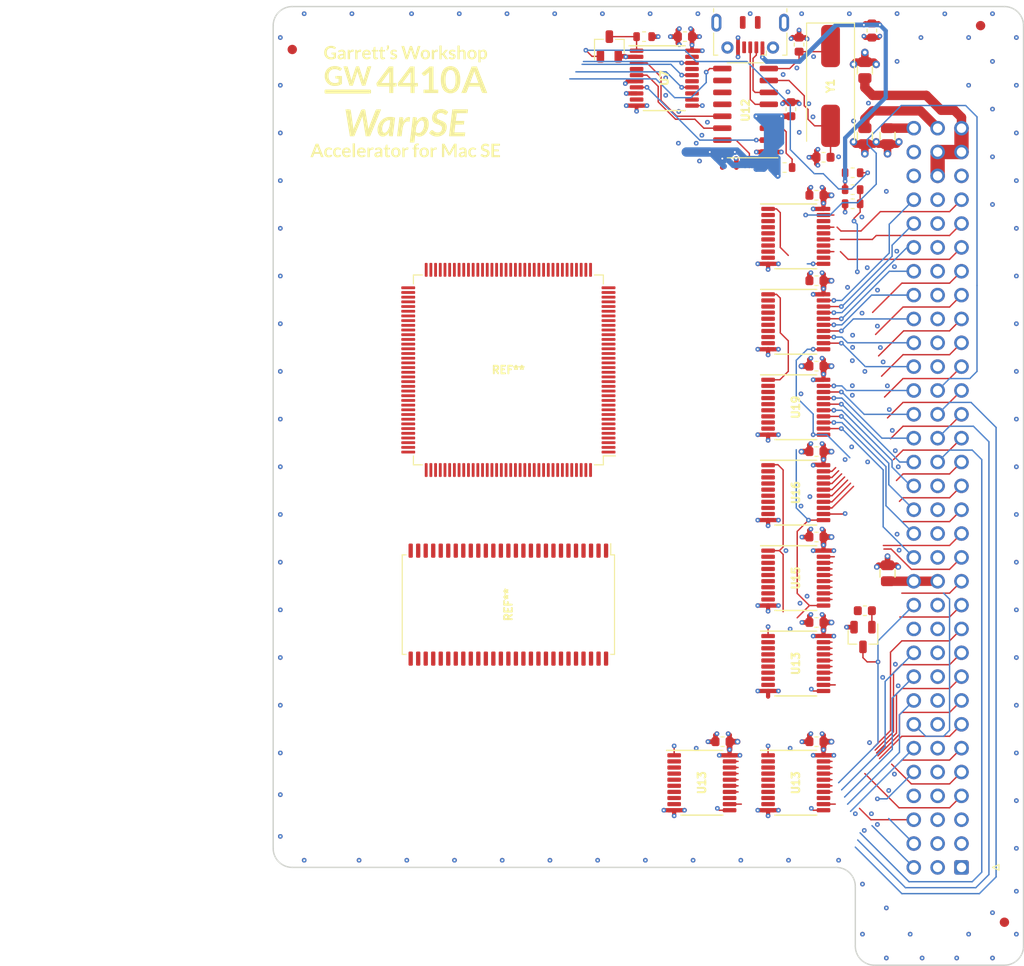
<source format=kicad_pcb>
(kicad_pcb (version 20211014) (generator pcbnew)
  (layers (0 "F.Cu" signal) (1 "In1.Cu" power) (2 "In2.Cu" power) (31 "B.Cu" signal) (34 "B.Paste" user) (35 "F.Paste" user) (36 "B.SilkS" user "B.Silkscreen") (37 "F.SilkS" user "F.Silkscreen") (38 "B.Mask" user) (39 "F.Mask" user) (44 "Edge.Cuts" user))
  (net 0 "")
  (net 1 "GND")
  (net 2 "+5V")
  (net 3 "+3V3")
  (net 4 "-5V")
  (net 5 "+12V")
  (net 6 "-12V")
  (net 7 "Net-(C46-Pad1)")
  (net 11 "/Buf/MacA1")
  (net 12 "/Buf/MacA2")
  (net 13 "/Buf/MacA3")
  (net 14 "/Buf/MacA4")
  (net 15 "/Buf/MacA5")
  (net 16 "/Buf/MacA6")
  (net 17 "/Buf/MacA7")
  (net 18 "/Buf/MacA8")
  (net 19 "/Buf/MacA9")
  (net 20 "/Buf/MacA10")
  (net 21 "/Buf/MacA11")
  (net 22 "/Buf/MacA12")
  (net 23 "/Buf/MacA13")
  (net 24 "/Buf/MacA14")
  (net 25 "/Control/~{RESET}")
  (net 26 "/Buf/MacA15")
  (net 27 "/Control/Mac~{AS}")
  (net 28 "/Control/Mac~{UDS}")
  (net 29 "/Control/Mac~{LDS}")
  (net 30 "/Buf/Mac~{R}W")
  (net 31 "/Control/Mac~{DTACK}")
  (net 32 "/Buf/MacA16")
  (net 33 "/Control/Mac~{VMA}")
  (net 34 "/Control/Mac~{VPA}")
  (net 35 "/Buf/MacA17")
  (net 36 "/Buf/MacA18")
  (net 37 "/Buf/MacA19")
  (net 38 "/Buf/MacA20")
  (net 39 "/Buf/MacA21")
  (net 40 "/Buf/MacA22")
  (net 41 "/Buf/MacA23")
  (net 42 "/Control/Mac~{BERR}")
  (net 43 "/Control/~{IPL}2")
  (net 44 "/MC68k/~{IPL}1")
  (net 45 "/MC68k/~{IPL}0")
  (net 46 "/Control/MacE")
  (net 49 "/Control/C16M")
  (net 50 "/Control/C8M")
  (net 59 "/Control/Mac~{BR}")
  (net 61 "/Buf/MacD0")
  (net 62 "/Buf/MacD1")
  (net 63 "/Buf/MacD2")
  (net 64 "/Buf/MacD3")
  (net 65 "/Buf/MacD4")
  (net 66 "/Buf/MacD5")
  (net 67 "/Buf/MacD6")
  (net 68 "/Buf/MacD7")
  (net 69 "/Buf/MacD8")
  (net 70 "/Buf/MacD9")
  (net 71 "/Buf/MacD10")
  (net 72 "/Buf/MacD11")
  (net 73 "/Buf/MacD12")
  (net 74 "/Buf/MacD13")
  (net 75 "/Buf/MacD14")
  (net 76 "/Buf/MacD15")
  (net 78 "/Control/TMS")
  (net 79 "/Control/TCK")
  (net 80 "/Prog/TDO")
  (net 81 "/Control/TDI")
  (net 82 "Net-(J3-Pad3)")
  (net 83 "/Prog/USB5V")
  (net 84 "Net-(J3-Pad2)")
  (net 86 "/Buf/Dout~{OE}")
  (net 87 "/Buf/Aout~{OE}")
  (net 88 "/Buf/ADoutLE0")
  (net 89 "Net-(Q1-Pad1)")
  (net 90 "/Control/Mac~{BG}")
  (net 91 "Net-(U16-Pad2)")
  (net 92 "Net-(U16-Pad3)")
  (net 93 "Net-(U16-Pad4)")
  (net 94 "Net-(U16-Pad5)")
  (net 95 "Net-(U16-Pad6)")
  (net 96 "Net-(U16-Pad7)")
  (net 97 "Net-(U16-Pad8)")
  (net 98 "Net-(U16-Pad9)")
  (net 99 "Net-(U13-Pad2)")
  (net 100 "Net-(U13-Pad3)")
  (net 101 "Net-(U13-Pad4)")
  (net 102 "Net-(U13-Pad5)")
  (net 103 "Net-(U13-Pad6)")
  (net 104 "Net-(U13-Pad7)")
  (net 105 "Net-(U13-Pad8)")
  (net 106 "Net-(U13-Pad9)")
  (net 113 "Net-(U15-Pad2)")
  (net 114 "Net-(U15-Pad3)")
  (net 115 "Net-(U15-Pad4)")
  (net 116 "Net-(U15-Pad5)")
  (net 117 "Net-(U15-Pad6)")
  (net 118 "Net-(U15-Pad7)")
  (net 119 "Net-(U15-Pad8)")
  (net 120 "Net-(U15-Pad9)")
  (net 121 "Net-(U19-Pad2)")
  (net 122 "Net-(U19-Pad3)")
  (net 123 "Net-(U19-Pad4)")
  (net 124 "Net-(U19-Pad5)")
  (net 125 "Net-(U19-Pad6)")
  (net 126 "Net-(U19-Pad7)")
  (net 127 "Net-(U19-Pad8)")
  (net 128 "Net-(U19-Pad9)")
  (net 129 "Net-(U21-Pad2)")
  (net 130 "Net-(U21-Pad3)")
  (net 131 "Net-(U21-Pad4)")
  (net 132 "Net-(U21-Pad5)")
  (net 133 "Net-(U21-Pad6)")
  (net 134 "Net-(U21-Pad7)")
  (net 135 "Net-(U21-Pad8)")
  (net 136 "Net-(U21-Pad9)")
  (net 137 "Net-(R5-Pad1)")
  (net 138 "Net-(C47-Pad1)")
  (net 141 "/Prog/UTCK")
  (net 142 "Net-(C48-Pad1)")
  (net 143 "/Prog/JTAG~{OE}")
  (net 144 "Net-(R9-Pad2)")
  (net 145 "/Prog/UTMS")
  (net 146 "/Prog/UTDI")
  (footprint "stdpads:C_0805" (layer "F.Cu") (at 195.453 44.616 90)
    (fp_text reference "C22")
    (fp_text value "10u")
  )
  (footprint "stdpads:C_0805" (layer "F.Cu") (at 195.453 51.65 -90)
    (fp_text reference "C20")
    (fp_text value "10u")
  )
  (footprint "stdpads:C_0805" (layer "F.Cu") (at 197.866 51.65 -90)
    (fp_text reference "C24")
    (fp_text value "10u")
  )
  (footprint "stdpads:DIN41612_R_3x32_Male_Vertical_THT" (layer "F.Cu") (at 205.74 129.54 180)
    (fp_text reference "J1" hide)
    (fp_text value "MacSEPDS")
  )
  (footprint "stdpads:C_0603" (layer "F.Cu") (at 190.3 85.25 180)
    (fp_text reference "C40")
    (fp_text value "2u2")
  )
  (footprint "stdpads:C_0603" (layer "F.Cu") (at 190.3 103.45 180)
    (fp_text reference "C44")
    (fp_text value "2u2")
  )
  (footprint "stdpads:C_0603" (layer "F.Cu") (at 190.3 67.05 180)
    (fp_text reference "C35")
    (fp_text value "2u2")
  )
  (footprint "stdpads:C_0603" (layer "F.Cu") (at 190.3 94.35 180)
    (fp_text reference "C42")
    (fp_text value "2u2")
  )
  (footprint "stdpads:C_0805" (layer "F.Cu") (at 197.866 98.21 90)
    (fp_text reference "C18")
    (fp_text value "10u")
  )
  (footprint "stdpads:TSSOP-20_4.4x6.5mm_P0.65mm" (layer "F.Cu") (at 188.1 71.425 -90)
    (fp_text reference "U21")
    (fp_text value "74AHCT573PW")
  )
  (footprint "stdpads:TSSOP-20_4.4x6.5mm_P0.65mm" (layer "F.Cu") (at 188.1 80.525 -90)
    (fp_text reference "U19")
    (fp_text value "74AHCT573PW")
  )
  (footprint "stdpads:TSSOP-20_4.4x6.5mm_P0.65mm" (layer "F.Cu") (at 188.1 89.625 -90)
    (fp_text reference "U16")
    (fp_text value "74AHCT573PW")
  )
  (footprint "stdpads:TSSOP-20_4.4x6.5mm_P0.65mm" (layer "F.Cu") (at 188.1 98.725 -90)
    (fp_text reference "U15")
    (fp_text value "74AHCT573PW")
  )
  (footprint "stdpads:TSSOP-20_4.4x6.5mm_P0.65mm" (layer "F.Cu") (at 188.1 107.825 -90)
    (fp_text reference "U13")
    (fp_text value "74AHCT573PW")
  )
  (footprint "stdpads:Fiducial" (layer "F.Cu") (at 134.493 42.418)
    (fp_text reference "FID1")
    (fp_text value "Fiducial" hide)
  )
  (footprint "stdpads:Fiducial" (layer "F.Cu") (at 207.772 39.878)
    (fp_text reference "FID2")
    (fp_text value "Fiducial" hide)
  )
  (footprint "stdpads:Fiducial" (layer "F.Cu") (at 210.312 135.382)
    (fp_text reference "FID3")
    (fp_text value "Fiducial" hide)
  )
  (footprint "stdpads:PasteHole_1.152mm_NPTH" (layer "F.Cu") (at 134.493 39.878)
    (fp_text reference "H1")
    (fp_text value " " hide)
  )
  (footprint "stdpads:PasteHole_1.152mm_NPTH" (layer "F.Cu") (at 210.312 39.878)
    (fp_text reference "H2")
    (fp_text value " " hide)
  )
  (footprint "stdpads:PasteHole_1.152mm_NPTH" (layer "F.Cu") (at 210.312 137.922)
    (fp_text reference "H3")
    (fp_text value " " hide)
  )
  (footprint "stdpads:PasteHole_1.152mm_NPTH" (layer "F.Cu") (at 196.469 137.922)
    (fp_text reference "H4")
    (fp_text value " " hide)
  )
  (footprint "stdpads:C_0603" (layer "F.Cu") (at 190.3 76.15 180)
    (fp_text reference "C37")
    (fp_text value "2u2")
  )
  (footprint "stdpads:USB_Micro-B_ShouHan_MicroXNJ" (layer "F.Cu") (at 183.25 40.4125 90)
    (fp_text reference "J3")
    (fp_text value "microUSB")
  )
  (footprint "stdpads:SOT-23" (layer "F.Cu") (at 195.25 105 90)
    (fp_text reference "Q2")
    (fp_text value "MMBT3904")
  )
  (footprint "stdpads:C_0603" (layer "F.Cu") (at 187.579 48.78 90)
    (fp_text reference "C23")
    (fp_text value "2u2")
  )
  (footprint "stdpads:C_0603" (layer "F.Cu") (at 191.05 53.9 180)
    (fp_text reference "C47")
    (fp_text value "22p")
  )
  (footprint "stdpads:R_0603" (layer "F.Cu") (at 171.95 41.05 180)
    (fp_text reference "R8")
    (fp_text value "10k")
  )
  (footprint "stdpads:R_0603" (layer "F.Cu") (at 186.906 54.991)
    (fp_text reference "R9")
    (fp_text value "10k")
  )
  (footprint "stdpads:R_0603" (layer "F.Cu") (at 194.15 58.85 180)
    (fp_text reference "R10")
    (fp_text value "10k")
  )
  (footprint "stdpads:TSSOP-20_4.4x6.5mm_P0.65mm" (layer "F.Cu") (at 174.1 45.475 -90)
    (fp_text reference "U7")
    (fp_text value "74AHCT573PW")
  )
  (footprint "stdpads:C_0603" (layer "F.Cu") (at 195.45 102.2 180)
    (fp_text reference "C48")
    (fp_text value "22p")
  )
  (footprint "stdpads:SOIC-16_3.9mm" (layer "F.Cu") (at 182.753 48.895 90)
    (fp_text reference "U12")
    (fp_text value "CH340G")
  )
  (footprint "stdpads:Crystal_HC49-SMD" (layer "F.Cu") (at 191.8 46.3 -90)
    (fp_text reference "Y1")
    (fp_text value "12M")
  )
  (footprint "stdpads:SOT-23" (layer "F.Cu") (at 168.25 42.1 -90)
    (fp_text reference "Q1")
    (fp_text value "MMBT3904")
  )
  (footprint "stdpads:R_0603" (layer "F.Cu") (at 194.15 57.35 180)
    (fp_text reference "R11")
    (fp_text value "10k")
  )
  (footprint "stdpads:C_0603" (layer "F.Cu") (at 188.45 41.9 90)
    (fp_text reference "C46")
    (fp_text value "22p")
  )
  (footprint "stdpads:C_0603" (layer "F.Cu") (at 176.3 41.05 180)
    (fp_text reference "C49")
    (fp_text value "2u2")
  )
  (footprint "stdpads:C_0603" (layer "F.Cu") (at 196.2 40.4 -90)
    (fp_text reference "C25")
    (fp_text value "2u2")
  )
  (footprint "LOGO" (layer "F.Cu") (at 146.558 51.2445)
    (fp_text reference "G***" hide)
    (fp_text value "LOGO" hide)
  )
  (footprint "stdpads:TSSOP-20_4.4x6.5mm_P0.65mm" (layer "F.Cu") (at 178.1 120.525 -90)
    (fp_text reference "U13")
    (fp_text value "74AHCT573PW")
  )
  (footprint "LOGO" (layer "F.Cu") (at 146.558 44.7675)
    (fp_text reference "G***" hide)
    (fp_text value "LOGO" hide)
  )
  (footprint "stdpads:C_0603" (layer "F.Cu") (at 190.3 116.15 180)
    (fp_text reference "C44")
    (fp_text value "2u2")
  )
  (footprint "stdpads:R_0603" (layer "F.Cu") (at 194.15 55.55 180)
    (fp_text reference "R7")
    (fp_text value "10k")
  )
  (footprint "stdpads:TQFP-144_20x20mm_P0.5mm" (layer "F.Cu") (at 157.5 76.55 180)
    (fp_text reference "REF**")
    (fp_text value "TQFP-144_20x20mm_P0.5mm")
  )
  (footprint "stdpads:C_0603" (layer "F.Cu") (at 180.3 116.15 180)
    (fp_text reference "C44")
    (fp_text value "2u2")
  )
  (footprint "stdpads:C_0603" (layer "F.Cu") (at 190.3 57.949999 180)
    (fp_text reference "C35")
    (fp_text value "2u2")
  )
  (footprint "stdpads:TSSOP-20_4.4x6.5mm_P0.65mm" (layer "F.Cu") (at 188.1 62.324999 -90)
    (fp_text reference "U21")
    (fp_text value "74AHCT573PW")
  )
  (footprint "stdpads:TSSOP-20_4.4x6.5mm_P0.65mm" (layer "F.Cu") (at 188.1 120.525 -90)
    (fp_text reference "U13")
    (fp_text value "74AHCT573PW")
  )
  (footprint "stdpads:TSOP-II-54_22.2x10.16mm_P0.8mm" (layer "F.Cu") (at 157.5 101.55 180)
    (fp_text reference "REF**")
    (fp_text value "TSOP-II-54_22.2x10.16mm_P0.8mm")
  )
  (gr_arc (start 134.493 129.54) (mid 133.056159 128.944841) (end 132.461 127.508) (layer "Edge.Cuts") (width 0.15))
  (gr_arc (start 192.405 129.54) (mid 193.841841 130.135159) (end 194.437 131.572) (layer "Edge.Cuts") (width 0.15))
  (gr_arc (start 196.469 139.954) (mid 195.032159 139.358841) (end 194.437 137.922) (layer "Edge.Cuts") (width 0.15))
  (gr_arc (start 212.344 137.922) (mid 211.748841 139.358841) (end 210.312 139.954) (layer "Edge.Cuts") (width 0.15))
  (gr_line (start 210.312 37.846) (end 134.493 37.846) (layer "Edge.Cuts") (width 0.15))
  (gr_line (start 132.461 127.508) (end 132.461 39.878) (layer "Edge.Cuts") (width 0.15))
  (gr_line (start 192.405 129.54) (end 134.493 129.54) (layer "Edge.Cuts") (width 0.15))
  (gr_line (start 194.437 137.922) (end 194.437 131.572) (layer "Edge.Cuts") (width 0.15))
  (gr_line (start 210.312 139.954) (end 196.469 139.954) (layer "Edge.Cuts") (width 0.15))
  (gr_line (start 212.344 39.878) (end 212.344 137.922) (layer "Edge.Cuts") (width 0.15))
  (gr_arc (start 132.461 39.878) (mid 133.056159 38.441159) (end 134.493 37.846) (layer "Edge.Cuts") (width 0.15))
  (gr_arc (start 210.312 37.846) (mid 211.748841 38.441159) (end 212.344 39.878) (layer "Edge.Cuts") (width 0.15))
  (segment (start 195.453 43.766) (end 196.42 43.766) (width 0.8) (layer "F.Cu") (net 1))
  (segment (start 196.42 43.766) (end 196.6595 44.0055) (width 0.8) (layer "F.Cu") (net 1))
  (segment (start 194.486 43.766) (end 194.2465 44.0055) (width 0.8) (layer "F.Cu") (net 1))
  (segment (start 195.453 43.766) (end 194.486 43.766) (width 0.8) (layer "F.Cu") (net 1))
  (segment (start 195.453 43.766) (end 195.453 42.7355) (width 0.8) (layer "F.Cu") (net 1))
  (segment (start 189.55 76.15) (end 189.55 75.45) (width 0.5) (layer "F.Cu") (net 1))
  (segment (start 189.55 75.45) (end 189.7 75.3) (width 0.5) (layer "F.Cu") (net 1))
  (segment (start 189.55 66.35) (end 189.7 66.2) (width 0.5) (layer "F.Cu") (net 1))
  (segment (start 189.55 67.05) (end 189.55 66.35) (width 0.5) (layer "F.Cu") (net 1))
  (segment (start 189.55 84.55) (end 189.7 84.4) (width 0.5) (layer "F.Cu") (net 1))
  (segment (start 189.55 85.25) (end 189.55 84.55) (width 0.5) (layer "F.Cu") (net 1))
  (segment (start 189.55 94.35) (end 189.55 93.65) (width 0.5) (layer "F.Cu") (net 1))
  (segment (start 189.55 93.65) (end 189.7 93.5) (width 0.5) (layer "F.Cu") (net 1))
  (segment (start 189.55 102.75) (end 189.7 102.6) (width 0.5) (layer "F.Cu") (net 1))
  (segment (start 189.55 103.45) (end 189.55 102.75) (width 0.5) (layer "F.Cu") (net 1))
  (segment (start 189.55 85.25) (end 188.7 85.25) (width 0.6) (layer "F.Cu") (net 1))
  (segment (start 197.866 97.36) (end 197.866 96.393) (width 0.6) (layer "F.Cu") (net 1))
  (segment (start 189.55 76.15) (end 188.7 76.15) (width 0.6) (layer "F.Cu") (net 1))
  (segment (start 196.899 97.36) (end 196.723 97.536) (width 0.6) (layer "F.Cu") (net 1))
  (segment (start 197.866 97.36) (end 196.899 97.36) (width 0.6) (layer "F.Cu") (net 1))
  (segment (start 197.866 97.36) (end 198.833 97.36) (width 0.6) (layer "F.Cu") (net 1))
  (segment (start 198.833 97.36) (end 199.009 97.536) (width 0.6) (layer "F.Cu") (net 1))
  (segment (start 185.15 74.35) (end 186.25 74.35) (width 0.45) (layer "F.Cu") (net 1))
  (segment (start 185.15 74.35) (end 185.15 74.95) (width 0.45) (layer "F.Cu") (net 1))
  (segment (start 185.15 74.35) (end 184.05 74.35) (width 0.45) (layer "F.Cu") (net 1))
  (segment (start 185.15 83.45) (end 184.05 83.45) (width 0.45) (layer "F.Cu") (net 1))
  (segment (start 185.15 83.45) (end 185.15 84.05) (width 0.45) (layer "F.Cu") (net 1))
  (segment (start 185.15 83.45) (end 186.25 83.45) (width 0.45) (layer "F.Cu") (net 1))
  (segment (start 185.15 92.55) (end 184.05 92.55) (width 0.45) (layer "F.Cu") (net 1))
  (segment (start 185.15 92.55) (end 186.25 92.55) (width 0.45) (layer "F.Cu") (net 1))
  (segment (start 185.15 92.55) (end 185.15 93.15) (width 0.45) (layer "F.Cu") (net 1))
  (segment (start 185.15 101.65) (end 186.25 101.65) (width 0.45) (layer "F.Cu") (net 1))
  (segment (start 185.15 101.65) (end 184.05 101.65) (width 0.45) (layer "F.Cu") (net 1))
  (segment (start 185.15 101.65) (end 185.15 102.25) (width 0.45) (layer "F.Cu") (net 1))
  (segment (start 185.15 110.75) (end 186.25 110.75) (width 0.45) (layer "F.Cu") (net 1))
  (segment (start 185.15 110.75) (end 184.05 110.75) (width 0.45) (layer "F.Cu") (net 1))
  (segment (start 185.15 110.75) (end 185.15 111.35) (width 0.45) (layer "F.Cu") (net 1))
  (segment (start 198.833 52.5) (end 199.0725 52.2605) (width 0.8) (layer "F.Cu") (net 1))
  (segment (start 197.866 52.5) (end 198.833 52.5) (width 0.8) (layer "F.Cu") (net 1))
  (segment (start 196.899 52.5) (end 196.6595 52.2605) (width 0.8) (layer "F.Cu") (net 1))
  (segment (start 197.866 52.5) (end 196.899 52.5) (width 0.8) (layer "F.Cu") (net 1))
  (segment (start 194.486 52.5) (end 194.2465 52.2605) (width 0.8) (layer "F.Cu") (net 1))
  (segment (start 195.453 52.5) (end 194.486 52.5) (width 0.8) (layer "F.Cu") (net 1))
  (segment (start 196.42 52.5) (end 196.6595 52.2605) (width 0.8) (layer "F.Cu") (net 1))
  (segment (start 195.453 52.5) (end 196.42 52.5) (width 0.8) (layer "F.Cu") (net 1))
  (segment (start 195.453 52.5) (end 195.453 53.5305) (width 0.8) (layer "F.Cu") (net 1))
  (segment (start 197.866 52.5) (end 197.866 53.5305) (width 0.8) (layer "F.Cu") (net 1))
  (segment (start 185.228 53.34) (end 186.563 53.34) (width 0.5) (layer "F.Cu") (net 1))
  (segment (start 181.7765 54.991) (end 181.7765 54.0385) (width 0.5) (layer "F.Cu") (net 1))
  (segment (start 185.228 53.34) (end 183.896 53.34) (width 0.5) (layer "F.Cu") (net 1))
  (segment (start 175.55 41.05) (end 175.55 41.75) (width 0.5) (layer "F.Cu") (net 1))
  (segment (start 175.55 41.75) (end 175.7 41.9) (width 0.5) (layer "F.Cu") (net 1))
  (segment (start 196.9 41.15) (end 197.05 41) (width 0.5) (layer "F.Cu") (net 1))
  (segment (start 196.2 41.15) (end 196.9 41.15) (width 0.5) (layer "F.Cu") (net 1))
  (segment (start 196.2 41.15) (end 195.5 41.15) (width 0.5) (layer "F.Cu") (net 1))
  (segment (start 195.5 41.15) (end 195.35 41) (width 0.5) (layer "F.Cu") (net 1))
  (segment (start 189.55 115.45) (end 189.7 115.3) (width 0.5) (layer "F.Cu") (net 1))
  (segment (start 185.15 65.249999) (end 186.25 65.249999) (width 0.45) (layer "F.Cu") (net 1))
  (segment (start 169.95 43.15) (end 170 43.2) (width 0.5) (layer "F.Cu") (net 1))
  (segment (start 185.15 65.249999) (end 185.15 65.849999) (width 0.45) (layer "F.Cu") (net 1))
  (segment (start 185.15 123.45) (end 186.25 123.45) (width 0.45) (layer "F.Cu") (net 1))
  (segment (start 171.15 48.4) (end 171.15 49) (width 0.4) (layer "F.Cu") (net 1))
  (segment (start 187.75 41.1125) (end 187.6 41.2625) (width 0.5) (layer "F.Cu") (net 1))
  (segment (start 188.3015 48.03) (end 188.468 48.1965) (width 0.5) (layer "F.Cu") (net 1))
  (segment (start 185.15 123.45) (end 185.15 124.05) (width 0.45) (layer "F.Cu") (net 1))
  (segment (start 188.45 41.15) (end 189.15 41.15) (width 0.5) (layer "F.Cu") (net 1))
  (segment (start 171.15 47.1) (end 170.05 47.1) (width 0.45) (layer "F.Cu") (net 1))
  (segment (start 170.2 45.8) (end 169.95 46.05) (width 0.45) (layer "F.Cu") (net 1))
  (segment (start 185.15 65.249999) (end 184.05 65.249999) (width 0.45) (layer "F.Cu") (net 1))
  (segment (start 187.579 48.03) (end 186.8565 48.03) (width 0.5) (layer "F.Cu") (net 1))
  (segment (start 186.8565 48.03) (end 186.69 48.1965) (width 0.5) (layer "F.Cu") (net 1))
  (segment (start 194.3 103.95) (end 193.5 103.95) (width 0.5) (layer "F.Cu") (net 1))
  (segment (start 190.3 54.6) (end 190.45 54.75) (width 0.5) (layer "F.Cu") (net 1))
  (segment (start 189.15 41.15) (end 189.3 41.3) (width 0.5) (layer "F.Cu") (net 1))
  (segment (start 188.45 41.15) (end 188.45 40.35) (width 0.5) (layer "F.Cu") (net 1))
  (segment (start 189.55 57.949999) (end 189.55 57.249999) (width 0.5) (layer "F.Cu") (net 1))
  (segment (start 175.55 41.05) (end 175.55 40.35) (width 0.5) (layer "F.Cu") (net 1))
  (segment (start 187.579 48.03) (end 188.3015 48.03) (width 0.5) (layer "F.Cu") (net 1))
  (segment (start 190.3 53.9) (end 190.3 53.2) (width 0.5) (layer "F.Cu") (net 1))
  (segment (start 171.15 43.2) (end 170 43.2) (width 0.45) (layer "F.Cu") (net 1))
  (segment (start 189.55 116.15) (end 188.75 116.15) (width 0.5) (layer "F.Cu") (net 1))
  (segment (start 188.45 41.15) (end 187.75 41.15) (width 0.5) (layer "F.Cu") (net 1))
  (segment (start 175.15 123.45) (end 175.15 124.05) (width 0.45) (layer "F.Cu") (net 1))
  (segment (start 181.95 42.1875) (end 181.95 41.1625) (width 0.4) (layer "F.Cu") (net 1))
  (segment (start 179.55 116.15) (end 178.75 116.15) (width 0.5) (layer "F.Cu") (net 1))
  (segment (start 175.55 41.05) (end 174.75 41.05) (width 0.5) (layer "F.Cu") (net 1))
  (segment (start 175.15 123.45) (end 174.05 123.45) (width 0.45) (layer "F.Cu") (net 1))
  (segment (start 189.55 116.15) (end 189.55 115.45) (width 0.5) (layer "F.Cu") (net 1))
  (segment (start 189.55 103.45) (end 188.75 103.45) (width 0.5) (layer "F.Cu") (net 1))
  (segment (start 171.15 48.4) (end 170.05 48.4) (width 0.45) (layer "F.Cu") (net 1))
  (segment (start 171.15 48.4) (end 172.25 48.4) (width 0.45) (layer "F.Cu") (net 1))
  (segment (start 179.55 116.15) (end 179.55 115.45) (width 0.5) (layer "F.Cu") (net 1))
  (segment (start 190.3 53.9) (end 190.3 54.6) (width 0.5) (layer "F.Cu") (net 1))
  (segment (start 179.55 115.45) (end 179.7 115.3) (width 0.5) (layer "F.Cu") (net 1))
  (segment (start 185.15 123.45) (end 184.05 123.45) (width 0.45) (layer "F.Cu") (net 1))
  (segment (start 175.15 123.45) (end 176.25 123.45) (width 0.45) (layer "F.Cu") (net 1))
  (segment (start 169.2 43.15) (end 169.95 43.15) (width 0.5) (layer "F.Cu") (net 1))
  (segment (start 190.3 53.2) (end 190.45 53.05) (width 0.5) (layer "F.Cu") (net 1))
  (segment (start 175.55 40.35) (end 175.7 40.2) (width 0.5) (layer "F.Cu") (net 1))
  (segment (start 193.35 58.85) (end 193.35 59.75) (width 0.3) (layer "F.Cu") (net 1))
  (segment (start 171.15 45.8) (end 170.2 45.8) (width 0.45) (layer "F.Cu") (net 1))
  (segment (start 189.55 94.35) (end 188.75 94.35) (width 0.5) (layer "F.Cu") (net 1))
  (segment (start 181.95 42.1875) (end 181.95 43.2125) (width 0.4) (layer "F.Cu") (net 1))
  (segment (start 190.3 53.9) (end 189.5 53.9) (width 0.5) (layer "F.Cu") (net 1))
  (segment (start 189.55 57.249999) (end 189.7 57.099999) (width 0.5) (layer "F.Cu") (net 1))
  (via (at 194.2465 44.0055) (size 0.8) (drill 0.4) (layers "F.Cu" "B.Cu") (net 1))
  (via (at 195.453 42.7355) (size 0.8) (drill 0.4) (layers "F.Cu" "B.Cu") (net 1))
  (via (at 196.6595 44.0055) (size 0.8) (drill 0.4) (layers "F.Cu" "B.Cu") (net 1))
  (via (at 196.8 68.05) (size 0.5) (drill 0.2) (layers "F.Cu" "B.Cu") (net 1))
  (via (at 198.374 82.9945) (size 0.5) (drill 0.2) (layers "F.Cu" "B.Cu") (net 1))
  (via (at 199.009 86.868) (size 0.5) (drill 0.2) (layers "F.Cu" "B.Cu") (net 1))
  (via (at 198.6 65.55) (size 0.5) (drill 0.2) (layers "F.Cu" "B.Cu") (net 1))
  (via (at 198.0565 80.772) (size 0.5) (drill 0.2) (layers "F.Cu" "B.Cu") (net 1))
  (via (at 197.104 74.168) (size 0.5) (drill 0.2) (layers "F.Cu" "B.Cu") (net 1))
  (via (at 197.4 75.7) (size 0.5) (drill 0.2) (layers "F.Cu" "B.Cu") (net 1))
  (via (at 198.85 63.9) (size 0.5) (drill 0.2) (layers "F.Cu" "B.Cu") (net 1))
  (via (at 198.6915 85.1535) (size 0.5) (drill 0.2) (layers "F.Cu" "B.Cu") (net 1))
  (via (at 197.85 78.25) (size 0.5) (drill 0.2) (layers "F.Cu" "B.Cu") (net 1))
  (via (at 196.7865 71.882) (size 0.5) (drill 0.2) (layers "F.Cu" "B.Cu") (net 1))
  (via (at 194.15 74.15) (size 0.5) (drill 0.2) (layers "F.Cu" "B.Cu") (net 1))
  (via (at 195.15 70.5) (size 0.5) (drill 0.2) (layers "F.Cu" "B.Cu") (net 1))
  (via (at 189.7 75.3) (size 0.5) (drill 0.2) (layers "F.Cu" "B.Cu") (net 1))
  (via (at 189.7 66.2) (size 0.5) (drill 0.2) (layers "F.Cu" "B.Cu") (net 1))
  (via (at 189.7 84.4) (size 0.5) (drill 0.2) (layers "F.Cu" "B.Cu") (net 1))
  (via (at 189.7 93.5) (size 0.5) (drill 0.2) (layers "F.Cu" "B.Cu") (net 1))
  (via (at 189.7 102.6) (size 0.5) (drill 0.2) (layers "F.Cu" "B.Cu") (net 1))
  (via (at 197.866 96.393) (size 0.6) (drill 0.3) (layers "F.Cu" "B.Cu") (net 1))
  (via (at 188.7 85.25) (size 0.6) (drill 0.3) (layers "F.Cu" "B.Cu") (net 1))
  (via (at 188.7 76.15) (size 0.6) (drill 0.3) (layers "F.Cu" "B.Cu") (net 1))
  (via (at 196.723 97.536) (size 0.6) (drill 0.3) (layers "F.Cu" "B.Cu") (net 1))
  (via (at 199.009 97.536) (size 0.6) (drill 0.3) (layers "F.Cu" "B.Cu") (net 1))
  (via (at 185.15 74.95) (size 0.5) (drill 0.2) (layers "F.Cu" "B.Cu") (net 1))
  (via (at 186.25 74.35) (size 0.5) (drill 0.2) (layers "F.Cu" "B.Cu") (net 1))
  (via (at 184.05 83.45) (size 0.5) (drill 0.2) (layers "F.Cu" "B.Cu") (net 1))
  (via (at 184.05 74.35) (size 0.5) (drill 0.2) (layers "F.Cu" "B.Cu") (net 1))
  (via (at 186.25 83.45) (size 0.5) (drill 0.2) (layers "F.Cu" "B.Cu") (net 1))
  (via (at 185.15 84.05) (size 0.5) (drill 0.2) (layers "F.Cu" "B.Cu") (net 1))
  (via (at 184.05 92.55) (size 0.5) (drill 0.2) (layers "F.Cu" "B.Cu") (net 1))
  (via (at 186.25 92.55) (size 0.5) (drill 0.2) (layers "F.Cu" "B.Cu") (net 1))
  (via (at 185.15 93.15) (size 0.5) (drill 0.2) (layers "F.Cu" "B.Cu") (net 1))
  (via (at 186.25 101.65) (size 0.5) (drill 0.2) (layers "F.Cu" "B.Cu") (net 1))
  (via (at 185.15 102.25) (size 0.5) (drill 0.2) (layers "F.Cu" "B.Cu") (net 1))
  (via (at 184.05 101.65) (size 0.5) (drill 0.2) (layers "F.Cu" "B.Cu") (net 1))
  (via (at 186.25 110.75) (size 0.5) (drill 0.2) (layers "F.Cu" "B.Cu") (net 1))
  (via (at 184.05 110.75) (size 0.5) (drill 0.2) (layers "F.Cu" "B.Cu") (net 1))
  (via (at 199.0725 52.2605) (size 0.8) (drill 0.4) (layers "F.Cu" "B.Cu") (net 1))
  (via (at 196.6595 52.2605) (size 0.8) (drill 0.4) (layers "F.Cu" "B.Cu") (net 1))
  (via (at 194.2465 52.2605) (size 0.8) (drill 0.4) (layers "F.Cu" "B.Cu") (net 1))
  (via (at 195.453 53.5305) (size 0.8) (drill 0.4) (layers "F.Cu" "B.Cu") (net 1))
  (via (at 197.866 53.5305) (size 0.8) (drill 0.4) (layers "F.Cu" "B.Cu") (net 1))
  (via (at 198.882 94.0435) (size 0.5) (drill 0.2) (layers "F.Cu" "B.Cu") (net 1))
  (via (at 195.95 116.25) (size 0.5) (drill 0.2) (layers "F.Cu" "B.Cu") (net 1))
  (via (at 197.35 109.3) (size 0.5) (drill 0.2) (layers "F.Cu" "B.Cu") (net 1))
  (via (at 199 110.2) (size 0.5) (drill 0.2) (layers "F.Cu" "B.Cu") (net 1))
  (via (at 198.7 107.9) (size 0.5) (drill 0.2) (layers "F.Cu" "B.Cu") (net 1))
  (via (at 199.1 95.75) (size 0.5) (drill 0.2) (layers "F.Cu" "B.Cu") (net 1))
  (via (at 194.437 123.825) (size 0.5) (drill 0.2) (layers "F.Cu" "B.Cu") (net 1))
  (via (at 198.6 119.6) (size 0.5) (drill 0.2) (layers "F.Cu" "B.Cu") (net 1))
  (via (at 193.5 103.95) (size 0.5) (drill 0.2) (layers "F.Cu" "B.Cu") (net 1))
  (via (at 181.737 54.0385) (size 0.5) (drill 0.2) (layers "F.Cu" "B.Cu") (net 1))
  (via (at 186.563 53.34) (size 0.5) (drill 0.2) (layers "F.Cu" "B.Cu") (net 1))
  (via (at 183.896 53.34) (size 0.5) (drill 0.2) (layers "F.Cu" "B.Cu") (net 1))
  (via (at 175.7 41.9) (size 0.5) (drill 0.2) (layers "F.Cu" "B.Cu") (net 1))
  (via (at 197.05 41) (size 0.5) (drill 0.2) (layers "F.Cu" "B.Cu") (net 1))
  (via (at 195.35 41) (size 0.5) (drill 0.2) (layers "F.Cu" "B.Cu") (net 1))
  (via (at 188.468 51.2445) (size 0.5) (drill 0.2) (layers "F.Cu" "B.Cu") (net 1))
  (via (at 211.582 41.148) (size 0.5) (drill 0.2) (layers "F.Cu" "B.Cu") (net 1))
  (via (at 211.582 66.548) (size 0.5) (drill 0.2) (layers "F.Cu" "B.Cu") (net 1))
  (via (at 193.35 59.75) (size 0.5) (drill 0.2) (layers "F.Cu" "B.Cu") (net 1))
  (via (at 174.25 47.3) (size 0.5) (drill 0.2) (layers "F.Cu" "B.Cu") (net 1))
  (via (at 172.085 128.778) (size 0.5) (drill 0.2) (layers "F.Cu" "B.Cu") (net 1))
  (via (at 151.765 128.778) (size 0.5) (drill 0.2) (layers "F.Cu" "B.Cu") (net 1))
  (via (at 189.7 57.099999) (size 0.5) (drill 0.2) (layers "F.Cu" "B.Cu") (net 1))
  (via (at 195.834 48.133) (size 0.5) (drill 0.2) (layers "F.Cu" "B.Cu") (net 1))
  (via (at 203.962 38.6189) (size 0.5) (drill 0.2) (layers "F.Cu" "B.Cu") (net 1))
  (via (at 186.7535 45.085) (size 0.5) (drill 0.2) (layers "F.Cu" "B.Cu") (net 1))
  (via (at 174.05 123.45) (size 0.5) (drill 0.2) (layers "F.Cu" "B.Cu") (net 1))
  (via (at 194.1195 78.232) (size 0.5) (drill 0.2) (layers "F.Cu" "B.Cu") (net 1))
  (via (at 209.042 48.768) (size 0.5) (drill 0.2) (layers "F.Cu" "B.Cu") (net 1))
  (via (at 189.9285 49.5935) (size 0.5) (drill 0.2) (layers "F.Cu" "B.Cu") (net 1))
  (via (at 133.223 56.388) (size 0.5) (drill 0.2) (layers "F.Cu" "B.Cu") (net 1))
  (via (at 187.2615 46.9265) (size 0.5) (drill 0.2) (layers "F.Cu" "B.Cu") (net 1))
  (via (at 195.75 86.35) (size 0.5) (drill 0.2) (layers "F.Cu" "B.Cu") (net 1))
  (via (at 133.223 117.348) (size 0.5) (drill 0.2) (layers "F.Cu" "B.Cu") (net 1))
  (via (at 195.1355 60.2615) (size 0.5) (drill 0.2) (layers "F.Cu" "B.Cu") (net 1))
  (via (at 174.75 41.05) (size 0.5) (drill 0.2) (layers "F.Cu" "B.Cu") (net 1))
  (via (at 189.5 53.9) (size 0.5) (drill 0.2) (layers "F.Cu" "B.Cu") (net 1))
  (via (at 162.433 38.608) (size 0.5) (drill 0.2) (layers "F.Cu" "B.Cu") (net 1))
  (via (at 133.223 126.238) (size 0.5) (drill 0.2) (layers "F.Cu" "B.Cu") (net 1))
  (via (at 133.223 121.793) (size 0.5) (drill 0.2) (layers "F.Cu" "B.Cu") (net 1))
  (via (at 172.25 48.4) (size 0.5) (drill 0.2) (layers "F.Cu" "B.Cu") (net 1))
  (via (at 177.5 52.4) (size 0.5) (drill 0.2) (layers "F.Cu" "B.Cu") (net 1))
  (via (at 188.214 44.3865) (size 0.5) (drill 0.2) (layers "F.Cu" "B.Cu") (net 1))
  (via (at 197.993 121.3485) (size 0.5) (drill 0.2) (layers "F.Cu" "B.Cu") (net 1))
  (via (at 133.223 76.708) (size 0.5) (drill 0.2) (layers "F.Cu" "B.Cu") (net 1))
  (via (at 211.582 102.108) (size 0.5) (drill 0.2) (layers "F.Cu" "B.Cu") (net 1))
  (via (at 187.6 41.2625) (size 0.5) (drill 0.2) (layers "F.Cu" "B.Cu") (net 1))
  (via (at 181.95 43.2125) (size 0.5) (drill 0.2) (layers "F.Cu" "B.Cu") (net 1))
  (via (at 209.042 58.928) (size 0.5) (drill 0.2) (layers "F.Cu" "B.Cu") (net 1))
  (via (at 194.15 72.85) (size 0.5) (drill 0.2) (layers "F.Cu" "B.Cu") (net 1))
  (via (at 167.005 128.778) (size 0.5) (drill 0.2) (layers "F.Cu" "B.Cu") (net 1))
  (via (at 206.502 41.148) (size 0.5) (drill 0.2) (layers "F.Cu" "B.Cu") (net 1))
  (via (at 133.223 66.548) (size 0.5) (drill 0.2) (layers "F.Cu" "B.Cu") (net 1))
  (via (at 192.659 128.778) (size 0.5) (drill 0.2) (layers "F.Cu" "B.Cu") (net 1))
  (via (at 194.05 84.75) (size 0.5) (drill 0.2) (layers "F.Cu" "B.Cu") (net 1))
  (via (at 133.223 86.868) (size 0.5) (drill 0.2) (layers "F.Cu" "B.Cu") (net 1))
  (via (at 189.3 41.3) (size 0.5) (drill 0.2) (layers "F.Cu" "B.Cu") (net 1))
  (via (at 156.845 128.778) (size 0.5) (drill 0.2) (layers "F.Cu" "B.Cu") (net 1))
  (via (at 182.245 128.778) (size 0.5) (drill 0.2) (layers "F.Cu" "B.Cu") (net 1))
  (via (at 198.882 38.5971) (size 0.5) (drill 0.2) (layers "F.Cu" "B.Cu") (net 1))
  (via (at 186.25 65.249999) (size 0.5) (drill 0.2) (layers "F.Cu" "B.Cu") (net 1))
  (via (at 211.582 76.708) (size 0.5) (drill 0.2) (layers "F.Cu" "B.Cu") (net 1))
  (via (at 195.199 131.318) (size 0.5) (drill 0.2) (layers "F.Cu" "B.Cu") (net 1))
  (via (at 188.722 38.608) (size 0.5) (drill 0.2) (layers "F.Cu" "B.Cu") (net 1))
  (via (at 133.223 102.108) (size 0.5) (drill 0.2) (layers "F.Cu" "B.Cu") (net 1))
  (via (at 194.2465 50.038) (size 0.5) (drill 0.2) (layers "F.Cu" "B.Cu") (net 1))
  (via (at 211.582 51.308) (size 0.5) (drill 0.2) (layers "F.Cu" "B.Cu") (net 1))
  (via (at 174.25 45.45) (size 0.5) (drill 0.2) (layers "F.Cu" "B.Cu") (net 1))
  (via (at 211.582 127.508) (size 0.5) (drill 0.2) (layers "F.Cu" "B.Cu") (net 1))
  (via (at 188.75 116.15) (size 0.5) (drill 0.2) (layers "F.Cu" "B.Cu") (net 1))
  (via (at 211.582 71.628) (size 0.5) (drill 0.2) (layers "F.Cu" "B.Cu") (net 1))
  (via (at 133.223 46.228) (size 0.5) (drill 0.2) (layers "F.Cu" "B.Cu") (net 1))
  (via (at 206.502 136.652) (size 0.5) (drill 0.2) (layers "F.Cu" "B.Cu") (net 1))
  (via (at 211.582 91.948) (size 0.5) (drill 0.2) (layers "F.Cu" "B.Cu") (net 1))
  (via (at 211.582 97.028) (size 0.5) (drill 0.2) (layers "F.Cu" "B.Cu") (net 1))
  (via (at 197.739 57.531) (size 0.5) (drill 0.2) (layers "F.Cu" "B.Cu") (net 1))
  (via (at 188.468 48.1965) (size 0.5) (drill 0.2) (layers "F.Cu" "B.Cu") (net 1))
  (via (at 209.042 43.688) (size 0.5) (drill 0.2) (layers "F.Cu" "B.Cu") (net 1))
  (via (at 175.15 124.05) (size 0.5) (drill 0.2) (layers "F.Cu" "B.Cu") (net 1))
  (via (at 186.69 48.1965) (size 0.5) (drill 0.2) (layers "F.Cu" "B.Cu") (net 1))
  (via (at 140.843 38.608) (size 0.5) (drill 0.2) (layers "F.Cu" "B.Cu") (net 1))
  (via (at 196.1515 123.825) (size 0.5) (drill 0.2) (layers "F.Cu" "B.Cu") (net 1))
  (via (at 195.707 65.659) (size 0.5) (drill 0.2) (layers "F.Cu" "B.Cu") (net 1))
  (via (at 211.582 122.428) (size 0.5) (drill 0.2) (layers "F.Cu" "B.Cu") (net 1))
  (via (at 157.353 38.608) (size 0.5) (drill 0.2) (layers "F.Cu" "B.Cu") (net 1))
  (via (at 167.513 38.608) (size 0.5) (drill 0.2) (layers "F.Cu" "B.Cu") (net 1))
  (via (at 211.582 136.652) (size 0.5) (drill 0.2) (layers "F.Cu" "B.Cu") (net 1))
  (via (at 195.3895 125.603) (size 0.5) (drill 0.2) (layers "F.Cu" "B.Cu") (net 1))
  (via (at 169.95 46.05) (size 0.5) (drill 0.2) (layers "F.Cu" "B.Cu") (net 1))
  (via (at 178.689 50.165) (size 0.5) (drill 0.2) (layers "F.Cu" "B.Cu") (net 1))
  (via (at 177.165 128.778) (size 0.5) (drill 0.2) (layers "F.Cu" "B.Cu") (net 1))
  (via (at 187.5 104.15) (size 0.5) (drill 0.2) (layers "F.Cu" "B.Cu") (net 1))
  (via (at 178.1 51.55) (size 0.5) (drill 0.2) (layers "F.Cu" "B.Cu") (net 1))
  (via (at 172.593 38.608) (size 0.5) (drill 0.2) (layers "F.Cu" "B.Cu") (net 1))
  (via (at 170 43.2) (size 0.5) (drill 0.2) (layers "F.Cu" "B.Cu") (net 1))
  (via (at 175.641 49.022) (size 0.5) (drill 0.2) (layers "F.Cu" "B.Cu") (net 1))
  (via (at 177.5 116.85) (size 0.5) (drill 0.2) (layers "F.Cu" "B.Cu") (net 1))
  (via (at 177.673 38.608) (size 0.5) (drill 0.2) (layers "F.Cu" "B.Cu") (net 1))
  (via (at 209.042 53.848) (size 0.5) (drill 0.2) (layers "F.Cu" "B.Cu") (net 1))
  (via (at 133.223 91.948) (size 0.5) (drill 0.2) (layers "F.Cu" "B.Cu") (net 1))
  (via (at 189.484 48.1965) (size 0.5) (drill 0.2) (layers "F.Cu" "B.Cu") (net 1))
  (via (at 194.1195 79.248) (size 0.5) (drill 0.2) (layers "F.Cu" "B.Cu") (net 1))
  (via (at 188.45 40.35) (size 0.5) (drill 0.2) (layers "F.Cu" "B.Cu") (net 1))
  (via (at 211.582 117.348) (size 0.5) (drill 0.2) (layers "F.Cu" "B.Cu") (net 1))
  (via (at 184.05 65.249999) (size 0.5) (drill 0.2) (layers "F.Cu" "B.Cu") (net 1))
  (via (at 185.15 65.849999) (size 0.5) (drill 0.2) (layers "F.Cu" "B.Cu") (net 1))
  (via (at 175.6 52.4) (size 0.5) (drill 0.2) (layers "F.Cu" "B.Cu") (net 1))
  (via (at 193.802 38.608) (size 0.5) (drill 0.2) (layers "F.Cu" "B.Cu") (net 1))
  (via (at 211.582 132.08) (size 0.5) (drill 0.2) (layers "F.Cu" "B.Cu") (net 1))
  (via (at 189.992 43.18) (size 0.5) (drill 0.2) (layers "F.Cu" "B.Cu") (net 1))
  (via (at 211.582 86.868) (size 0.5) (drill 0.2) (layers "F.Cu" "B.Cu") (net 1))
  (via (at 209.042 38.608) (size 0.5) (drill 0.2) (layers "F.Cu" "B.Cu") (net 1))
  (via (at 197.739 139.192) (size 0.5) (drill 0.2) (layers "F.Cu" "B.Cu") (net 1))
  (via (at 188.75 103.45) (size 0.5) (drill 0.2) (layers "F.Cu" "B.Cu") (net 1))
  (via (at 135.763 128.778) (size 0.5) (drill 0.2) (layers "F.Cu" "B.Cu") (net 1))
  (via (at 181.95 41.1625) (size 0.5) (drill 0.2) (layers "F.Cu" "B.Cu") (net 1))
  (via (at 195.453 76.708) (size 0.5) (drill 0.2) (layers "F.Cu" "B.Cu") (net 1))
  (via (at 190.45 53.05) (size 0.5) (drill 0.2) (layers "F.Cu" "B.Cu") (net 1))
  (via (at 176.25 123.45) (size 0.5) (drill 0.2) (layers "F.Cu" "B.Cu") (net 1))
  (via (at 211.582 46.228) (size 0.5) (drill 0.2) (layers "F.Cu" "B.Cu") (net 1))
  (via (at 188.55 101.4) (size 0.5) (drill 0.2) (layers "F.Cu" "B.Cu") (net 1))
  (via (at 189.6 90.05) (size 0.5) (drill 0.2) (layers "F.Cu" "B.Cu") (net 1))
  (via (at 141.605 128.778) (size 0.5) (drill 0.2) (layers "F.Cu" "B.Cu") (net 1))
  (via (at 192.659 53.848) (size 0.5) (drill 0.2) (layers "F.Cu" "B.Cu") (net 1))
  (via (at 178.75 116.15) (size 0.5) (drill 0.2) (layers "F.Cu" "B.Cu") (net 1))
  (via (at 175.7 40.2) (size 0.5) (drill 0.2) (layers "F.Cu" "B.Cu") (net 1))
  (via (at 193.6115 67.7545) (size 0.5) (drill 0.2) (layers "F.Cu" "B.Cu") (net 1))
  (via (at 170.05 48.4) (size 0.5) (drill 0.2) (layers "F.Cu" "B.Cu") (net 1))
  (via (at 133.223 107.188) (size 0.5) (drill 0.2) (layers "F.Cu" "B.Cu") (net 1))
  (via (at 187.325 128.778) (size 0.5) (drill 0.2) (layers "F.Cu" "B.Cu") (net 1))
  (via (at 179.7 115.3) (size 0.5) (drill 0.2) (layers "F.Cu" "B.Cu") (net 1))
  (via (at 201.549 139.192) (size 0.5) (drill 0.2) (layers "F.Cu" "B.Cu") (net 1))
  (via (at 133.223 112.268) (size 0.5) (drill 0.2) (layers "F.Cu" "B.Cu") (net 1))
  (via (at 187.5 116.85) (size 0.5) (drill 0.2) (layers "F.Cu" "B.Cu") (net 1))
  (via (at 200.279 136.652) (size 0.5) (drill 0.2) (layers "F.Cu" "B.Cu") (net 1))
  (via (at 133.223 51.308) (size 0.5) (drill 0.2) (layers "F.Cu" "B.Cu") (net 1))
  (via (at 170.05 47.1) (size 0.5) (drill 0.2) (layers "F.Cu" "B.Cu") (net 1))
  (via (at 185.15 124.05) (size 0.5) (drill 0.2) (layers "F.Cu" "B.Cu") (net 1))
  (via (at 171.15 49) (size 0.5) (drill 0.2) (layers "F.Cu" "B.Cu") (net 1))
  (via (at 209.042 134.366) (size 0.5) (drill 0.2) (layers "F.Cu" "B.Cu") (net 1))
  (via (at 205.232 139.192) (size 0.5) (drill 0.2) (layers "F.Cu" "B.Cu") (net 1))
  (via (at 147.193 38.608) (size 0.5) (drill 0.2) (layers "F.Cu" "B.Cu") (net 1))
  (via (at 206.502 46.228) (size 0.5) (drill 0.2) (layers "F.Cu" "B.Cu") (net 1))
  (via (at 183.245483 38.6) (size 0.5) (drill 0.2) (layers "F.Cu" "B.Cu") (net 1))
  (via (at 201.422 41.148) (size 0.5) (drill 0.2) (layers "F.Cu" "B.Cu") (net 1))
  (via (at 188.75 94.35) (size 0.5) (drill 0.2) (layers "F.Cu" "B.Cu") (net 1))
  (via (at 211.582 81.788) (size 0.5) (drill 0.2) (layers "F.Cu" "B.Cu") (net 1))
  (via (at 198.882 43.688) (size 0.5) (drill 0.2) (layers "F.Cu" "B.Cu") (net 1))
  (via (at 133.223 71.628) (size 0.5) (drill 0.2) (layers "F.Cu" "B.Cu") (net 1))
  (via (at 133.223 61.468) (size 0.5) (drill 0.2) (layers "F.Cu" "B.Cu") (net 1))
  (via (at 190.45 54.75) (size 0.5) (drill 0.2) (layers "F.Cu" "B.Cu") (net 1))
  (via (at 135.763 38.608) (size 0.5) (drill 0.2) (layers "F.Cu" "B.Cu") (net 1))
  (via (at 195.199 136.652) (size 0.5) (drill 0.2) (layers "F.Cu" "B.Cu") (net 1))
  (via (at 152.273 38.608) (size 0.5) (drill 0.2) (layers "F.Cu" "B.Cu") (net 1))
  (via (at 196.7865 124.968) (size 0.5) (drill 0.2) (layers "F.Cu" "B.Cu") (net 1))
  (via (at 188.65 79.1) (size 0.5) (drill 0.2) (layers "F.Cu" "B.Cu") (net 1))
  (via (at 211.582 107.188) (size 0.5) (drill 0.2) (layers "F.Cu" "B.Cu") (net 1))
  (via (at 211.582 112.268) (size 0.5) (drill 0.2) (layers "F.Cu" "B.Cu") (net 1))
  (via (at 161.925 128.778) (size 0.5) (drill 0.2) (layers "F.Cu" "B.Cu") (net 1))
  (via (at 187.05 95.8) (size 0.5) (drill 0.2) (layers "F.Cu" "B.Cu") (net 1))
  (via (at 194.1195 75.565) (size 0.5) (drill 0.2) (layers "F.Cu" "B.Cu") (net 1))
  (via (at 184.05 123.45) (size 0.5) (drill 0.2) (layers "F.Cu" "B.Cu") (net 1))
  (via (at 186.25 123.45) (size 0.5) (drill 0.2) (layers "F.Cu" "B.Cu") (net 1))
  (via (at 211.582 61.468) (size 0.5) (drill 0.2) (layers "F.Cu" "B.Cu") (net 1))
  (via (at 177.85 54.3) (size 0.5) (drill 0.2) (layers "F.Cu" "B.Cu") (net 1))
  (via (at 211.582 56.388) (size 0.5) (drill 0.2) (layers "F.Cu" "B.Cu") (net 1))
  (via (at 146.685 128.778) (size 0.5) (drill 0.2) (layers "F.Cu" "B.Cu") (net 1))
  (via (at 133.223 41.148) (size 0.5) (drill 0.2) (layers "F.Cu" "B.Cu") (net 1))
  (via (at 188.65 91.05) (size 0.5) (drill 0.2) (layers "F.Cu" "B.Cu") (net 1))
  (via (at 189.3 100.65) (size 0.5) (drill 0.2) (layers "F.Cu" "B.Cu") (net 1))
  (via (at 197.739 133.858) (size 0.5) (drill 0.2) (layers "F.Cu" "B.Cu") (net 1))
  (via (at 133.223 81.788) (size 0.5) (drill 0.2) (layers "F.Cu" "B.Cu") (net 1))
  (via (at 133.223 97.028) (size 0.5) (drill 0.2) (layers "F.Cu" "B.Cu") (net 1))
  (via (at 209.042 139.192) (size 0.5) (drill 0.2) (layers "F.Cu" "B.Cu") (net 1))
  (via (at 189.7 115.3) (size 0.5) (drill 0.2) (layers "F.Cu" "B.Cu") (net 1))
  (via (at 193.35 86.1) (size 0.5) (drill 0.2) (layers "F.Cu" "B.Cu") (net 1))
  (segment (start 191.05 67.05) (end 191.05 66.35) (width 0.5) (layer "F.Cu") (net 2))
  (segment (start 191.05 66.35) (end 190.9 66.2) (width 0.5) (layer "F.Cu") (net 2))
  (segment (start 191.05 75.45) (end 190.9 75.3) (width 0.5) (layer "F.Cu") (net 2))
  (segment (start 191.05 76.15) (end 191.05 75.45) (width 0.5) (layer "F.Cu") (net 2))
  (segment (start 191.05 68.5) (end 189.95 68.5) (width 0.45) (layer "F.Cu") (net 2))
  (segment (start 191.05 84.55) (end 190.9 84.4) (width 0.5) (layer "F.Cu") (net 2))
  (segment (start 191.05 85.25) (end 191.05 84.55) (width 0.5) (layer "F.Cu") (net 2))
  (segment (start 191.05 94.35) (end 191.05 95.2) (width 0.6) (layer "F.Cu") (net 2))
  (segment (start 191.05 104.9) (end 192.15 104.9) (width 0.45) (layer "F.Cu") (net 2))
  (segment (start 191.05 95.8) (end 189.95 95.8) (width 0.45) (layer "F.Cu") (net 2))
  (segment (start 191.05 95.8) (end 192.15 95.8) (width 0.45) (layer "F.Cu") (net 2))
  (segment (start 191.05 68.5) (end 191.05 67.9) (width 0.45) (layer "F.Cu") (net 2))
  (segment (start 191.05 77.6) (end 189.95 77.6) (width 0.45) (layer "F.Cu") (net 2))
  (segment (start 191.05 77.6) (end 191.05 77) (width 0.45) (layer "F.Cu") (net 2))
  (segment (start 191.05 86.7) (end 191.05 86.1) (width 0.45) (layer "F.Cu") (net 2))
  (segment (start 191.05 86.65) (end 189.95 86.65) (width 0.45) (layer "F.Cu") (net 2))
  (segment (start 191.05 104.9) (end 189.95 104.9) (width 0.45) (layer "F.Cu") (net 2))
  (segment (start 191.05 104.9) (end 191.05 104.3) (width 0.45) (layer "F.Cu") (net 2))
  (segment (start 191.05 95.8) (end 191.05 95.2) (width 0.45) (layer "F.Cu") (net 2))
  (segment (start 191.05 103.45) (end 191.05 104.3) (width 0.6) (layer "F.Cu") (net 2))
  (segment (start 191.05 86.1) (end 191.05 85.25) (width 0.6) (layer "F.Cu") (net 2))
  (segment (start 191.05 76.15) (end 191.05 77) (width 0.6) (layer "F.Cu") (net 2))
  (segment (start 191.05 67.05) (end 191.05 67.9) (width 0.6) (layer "F.Cu") (net 2))
  (segment (start 191.05 67.05) (end 191.9 67.05) (width 0.6) (layer "F.Cu") (net 2))
  (segment (start 191.05 76.15) (end 191.9 76.15) (width 0.6) (layer "F.Cu") (net 2))
  (segment (start 191.05 85.25) (end 191.9 85.25) (width 0.6) (layer "F.Cu") (net 2))
  (segment (start 191.05 103.45) (end 191.9 103.45) (width 0.6) (layer "F.Cu") (net 2))
  (segment (start 191.05 94.35) (end 191.9 94.35) (width 0.6) (layer "F.Cu") (net 2))
  (segment (start 191.05 103.45) (end 191.05 102.75) (width 0.5) (layer "F.Cu") (net 2))
  (segment (start 191.05 102.75) (end 190.9 102.6) (width 0.5) (layer "F.Cu") (net 2))
  (segment (start 191.05 93.65) (end 190.9 93.5) (width 0.5) (layer "F.Cu") (net 2))
  (segment (start 191.05 94.35) (end 191.05 93.65) (width 0.5) (layer "F.Cu") (net 2))
  (segment (start 177.05 42.55) (end 177.05 41.95) (width 0.4) (layer "F.Cu") (net 2))
  (segment (start 181.05 116.15) (end 181.05 117) (width 0.6) (layer "F.Cu") (net 2))
  (segment (start 191.05 59.399999) (end 189.95 59.399999) (width 0.45) (layer "F.Cu") (net 2))
  (segment (start 181.05 115.45) (end 180.9 115.3) (width 0.5) (layer "F.Cu") (net 2))
  (segment (start 191.05 116.15) (end 191.05 117) (width 0.6) (layer "F.Cu") (net 2))
  (segment (start 177.05 42.55) (end 178.15 42.55) (width 0.45) (layer "F.Cu") (net 2))
  (segment (start 191.05 59.399999) (end 191.05 58.799999) (width 0.45) (layer "F.Cu") (net 2))
  (segment (start 177.05 41.05) (end 177.85 41.05) (width 0.5) (layer "F.Cu") (net 2))
  (segment (start 191.05 57.949999) (end 191.9 57.949999) (width 0.6) (layer "F.Cu") (net 2))
  (segment (start 172.75 41.05) (end 173.45 41.05) (width 0.5) (layer "F.Cu") (net 2))
  (segment (start 177.05 48.4) (end 178.15 48.4) (width 0.15) (layer "F.Cu") (net 2))
  (segment (start 191.05 117.6) (end 191.05 117) (width 0.45) (layer "F.Cu") (net 2))
  (segment (start 191.05 117.6) (end 189.95 117.6) (width 0.45) (layer "F.Cu") (net 2))
  (segment (start 191.05 57.249999) (end 190.9 57.099999) (width 0.5) (layer "F.Cu") (net 2))
  (segment (start 191.05 116.15) (end 191.9 116.15) (width 0.6) (layer "F.Cu") (net 2))
  (segment (start 181.05 116.15) (end 181.05 115.45) (width 0.5) (layer "F.Cu") (net 2))
  (segment (start 191.05 116.15) (end 191.05 115.45) (width 0.5) (layer "F.Cu") (net 2))
  (segment (start 181.05 117.6) (end 181.05 117) (width 0.45) (layer "F.Cu") (net 2))
  (segment (start 181.05 117.6) (end 179.95 117.6) (width 0.45) (layer "F.Cu") (net 2))
  (segment (start 191.05 117.6) (end 192.15 117.6) (width 0.45) (layer "F.Cu") (net 2))
  (segment (start 177.05 41.05) (end 177.05 41.95) (width 0.5) (layer "F.Cu") (net 2))
  (segment (start 177.05 41.05) (end 177.05 40.35) (width 0.5) (layer "F.Cu") (net 2))
  (segment (start 191.05 57.949999) (end 191.05 57.249999) (width 0.5) (layer "F.Cu") (net 2))
  (segment (start 181.05 116.15) (end 181.9 116.15) (width 0.6) (layer "F.Cu") (net 2))
  (segment (start 177.05 40.35) (end 176.9 40.2) (width 0.5) (layer "F.Cu") (net 2))
  (segment (start 197.866 99.06) (end 200.66 99.06) (width 1) (layer "F.Cu") (net 2))
  (segment (start 191.05 115.45) (end 190.9 115.3) (width 0.5) (layer "F.Cu") (net 2))
  (segment (start 191.05 57.949999) (end 191.05 58.799999) (width 0.6) (layer "F.Cu") (net 2))
  (segment (start 200.66 99.06) (end 203.2 99.06) (width 1) (layer "F.Cu") (net 2))
  (segment (start 181.05 117.6) (end 182.15 117.6) (width 0.45) (layer "F.Cu") (net 2))
  (via (at 191.05 95.2) (size 0.5) (drill 0.2) (layers "F.Cu" "B.Cu") (net 2))
  (via (at 190.9 75.3) (size 0.5) (drill 0.2) (layers "F.Cu" "B.Cu") (net 2))
  (via (at 190.9 66.2) (size 0.5) (drill 0.2) (layers "F.Cu" "B.Cu") (net 2))
  (via (at 189.95 68.5) (size 0.5) (drill 0.2) (layers "F.Cu" "B.Cu") (net 2))
  (via (at 190.9 84.4) (size 0.5) (drill 0.2) (layers "F.Cu" "B.Cu") (net 2))
  (via (at 191.05 77) (size 0.5) (drill 0.2) (layers "F.Cu" "B.Cu") (net 2))
  (via (at 189.95 95.8) (size 0.5) (drill 0.2) (layers "F.Cu" "B.Cu") (net 2))
  (via (at 192.15 95.8) (size 0.5) (drill 0.2) (layers "F.Cu" "B.Cu") (net 2))
  (via (at 189.95 104.9) (size 0.5) (drill 0.2) (layers "F.Cu" "B.Cu") (net 2))
  (via (at 191.05 67.9) (size 0.5) (drill 0.2) (layers "F.Cu" "B.Cu") (net 2))
  (via (at 189.95 77.6) (size 0.5) (drill 0.2) (layers "F.Cu" "B.Cu") (net 2))
  (via (at 191.05 86.1) (size 0.5) (drill 0.2) (layers "F.Cu" "B.Cu") (net 2))
  (via (at 189.95 86.7) (size 0.5) (drill 0.2) (layers "F.Cu" "B.Cu") (net 2))
  (via (at 192.15 104.9) (size 0.5) (drill 0.2) (layers "F.Cu" "B.Cu") (net 2))
  (via (at 191.05 104.3) (size 0.5) (drill 0.2) (layers "F.Cu" "B.Cu") (net 2))
  (via (at 191.9 67.05) (size 0.6) (drill 0.3) (layers "F.Cu" "B.Cu") (net 2))
  (via (at 191.9 76.15) (size 0.6) (drill 0.3) (layers "F.Cu" "B.Cu") (net 2))
  (via (at 191.9 85.25) (size 0.6) (drill 0.3) (layers "F.Cu" "B.Cu") (net 2))
  (via (at 191.9 103.45) (size 0.6) (drill 0.3) (layers "F.Cu" "B.Cu") (net 2))
  (via (at 191.9 94.35) (size 0.6) (drill 0.3) (layers "F.Cu" "B.Cu") (net 2))
  (via (at 190.9 102.6) (size 0.5) (drill 0.2) (layers "F.Cu" "B.Cu") (net 2))
  (via (at 190.9 93.5) (size 0.5) (drill 0.2) (layers "F.Cu" "B.Cu") (net 2))
  (via (at 179.95 117.6) (size 0.5) (drill 0.2) (layers "F.Cu" "B.Cu") (net 2))
  (via (at 190.9 115.3) (size 0.5) (drill 0.2) (layers "F.Cu" "B.Cu") (net 2))
  (via (at 177.05 41.95) (size 0.5) (drill 0.2) (layers "F.Cu" "B.Cu") (net 2))
  (via (at 191.05 58.799999) (size 0.5) (drill 0.2) (layers "F.Cu" "B.Cu") (net 2))
  (via (at 176.9 40.2) (size 0.5) (drill 0.2) (layers "F.Cu" "B.Cu") (net 2))
  (via (at 181.9 116.15) (size 0.6) (drill 0.3) (layers "F.Cu" "B.Cu") (net 2))
  (via (at 173.45 41.05) (size 0.5) (drill 0.2) (layers "F.Cu" "B.Cu") (net 2))
  (via (at 191.05 117) (size 0.5) (drill 0.2) (layers "F.Cu" "B.Cu") (net 2))
  (via (at 181.05 117) (size 0.5) (drill 0.2) (layers "F.Cu" "B.Cu") (net 2))
  (via (at 190.9 57.099999) (size 0.5) (drill 0.2) (layers "F.Cu" "B.Cu") (net 2))
  (via (at 182.15 117.6) (size 0.5) (drill 0.2) (layers "F.Cu" "B.Cu") (net 2))
  (via (at 178.15 48.4) (size 0.5) (drill 0.2) (layers "F.Cu" "B.Cu") (net 2))
  (via (at 189.95 117.6) (size 0.5) (drill 0.2) (layers "F.Cu" "B.Cu") (net 2))
  (via (at 191.9 57.949999) (size 0.6) (drill 0.3) (layers "F.Cu" "B.Cu") (net 2))
  (via (at 177.85 41.05) (size 0.5) (drill 0.2) (layers "F.Cu" "B.Cu") (net 2))
  (via (at 180.9 115.3) (size 0.5) (drill 0.2) (layers "F.Cu" "B.Cu") (net 2))
  (via (at 192.15 117.6) (size 0.5) (drill 0.2) (layers "F.Cu" "B.Cu") (net 2))
  (via (at 191.9 116.15) (size 0.6) (drill 0.3) (layers "F.Cu" "B.Cu") (net 2))
  (via (at 189.95 59.399999) (size 0.5) (drill 0.2) (layers "F.Cu" "B.Cu") (net 2))
  (via (at 178.15 42.55) (size 0.5) (drill 0.2) (layers "F.Cu" "B.Cu") (net 2))
  (segment (start 180.278 53.34) (end 178.943 53.34) (width 0.5) (layer "F.Cu") (net 3))
  (segment (start 180.2765 54.991) (end 180.2765 54.0385) (width 0.5) (layer "F.Cu") (net 3))
  (segment (start 185.228 49.53) (end 183.896 49.53) (width 0.6) (layer "F.Cu") (net 3))
  (segment (start 185.228 49.53) (end 186.563 49.53) (width 0.6) (layer "F.Cu") (net 3))
  (segment (start 180.278 53.34) (end 181.61 53.34) (width 0.5) (layer "F.Cu") (net 3))
  (segment (start 180.278 53.34) (end 180.278 54.037) (width 0.5) (layer "F.Cu") (net 3))
  (segment (start 180.278 54.037) (end 180.2765 54.0385) (width 0.5) (layer "F.Cu") (net 3))
  (segment (start 186.106 54.991) (end 186.106 55.804) (width 0.15) (layer "F.Cu") (net 3))
  (segment (start 187.579 49.53) (end 186.563 49.53) (width 0.6) (layer "F.Cu") (net 3))
  (segment (start 186.106 55.804) (end 186.182 55.88) (width 0.15) (layer "F.Cu") (net 3))
  (via (at 178.943 53.34) (size 0.5) (drill 0.2) (layers "F.Cu" "B.Cu") (net 3))
  (via (at 181.61 53.34) (size 0.5) (drill 0.2) (layers "F.Cu" "B.Cu") (net 3))
  (via (at 183.896 49.53) (size 0.5) (drill 0.2) (layers "F.Cu" "B.Cu") (net 3))
  (via (at 186.563 49.53) (size 0.5) (drill 0.2) (layers "F.Cu" "B.Cu") (net 3))
  (via (at 180.2765 54.0385) (size 0.5) (drill 0.2) (layers "F.Cu" "B.Cu") (net 3))
  (via (at 186.182 55.88) (size 0.5) (drill 0.2) (layers "F.Cu" "B.Cu") (net 3))
  (segment (start 182 53.3) (end 182.45 53.75) (width 0.6) (layer "B.Cu") (net 3))
  (segment (start 181.45 54.75) (end 182.05 54.75) (width 0.6) (layer "B.Cu") (net 3))
  (segment (start 183.9 55.15) (end 184.7 55.15) (width 0.6) (layer "B.Cu") (net 3))
  (segment (start 185.137 49.53) (end 185.85 50.243) (width 0.6) (layer "B.Cu") (net 3))
  (segment (start 182.7 54) (end 182 53.3) (width 0.6) (layer "B.Cu") (net 3))
  (segment (start 182.05 54.75) (end 182.7 54.75) (width 0.6) (layer "B.Cu") (net 3))
  (segment (start 185.85 54) (end 185.85 55.1) (width 0.6) (layer "B.Cu") (net 3))
  (segment (start 186.4 49.693) (end 186.563 49.53) (width 0.6) (layer "B.Cu") (net 3))
  (segment (start 184.825 54.225) (end 185.55 53.5) (width 0.6) (layer "B.Cu") (net 3))
  (segment (start 186.182 55.88) (end 186.182 53.982) (width 0.6) (layer "B.Cu") (net 3))
  (segment (start 186.104 49.53) (end 185 50.634) (width 0.6) (layer "B.Cu") (net 3))
  (segment (start 180.7385 54.0385) (end 181.45 54.75) (width 0.6) (layer "B.Cu") (net 3))
  (segment (start 182.7 54.75) (end 183.5 54.75) (width 0.6) (layer "B.Cu") (net 3))
  (segment (start 186.002 55.7) (end 186.182 55.88) (width 0.6) (layer "B.Cu") (net 3))
  (segment (start 180.35 53.15) (end 176.63 53.15) (width 0.6) (layer "B.Cu") (net 3))
  (segment (start 183.9 55.15) (end 184.825 54.225) (width 0.6) (layer "B.Cu") (net 3))
  (segment (start 182.75 54.05) (end 184.2 54.05) (width 0.6) (layer "B.Cu") (net 3))
  (segment (start 184.2 54.05) (end 185 53.25) (width 0.6) (layer "B.Cu") (net 3))
  (segment (start 177.927 53.34) (end 176.44 53.34) (width 0.6) (layer "B.Cu") (net 3))
  (segment (start 181.42 53.15) (end 180.35 53.15) (width 0.6) (layer "B.Cu") (net 3))
  (segment (start 177.927 53.34) (end 178.393 53.34) (width 0.6) (layer "B.Cu") (net 3))
  (segment (start 181.61 53.34) (end 180.975 53.34) (width 0.6) (layer "B.Cu") (net 3))
  (segment (start 183.45 54.75) (end 183.5 54.75) (width 0.6) (layer "B.Cu") (net 3))
  (segment (start 182 53.3) (end 183.45 54.75) (width 0.6) (layer "B.Cu") (net 3))
  (segment (start 186.563 49.53) (end 183.896 49.53) (width 0.6) (layer "B.Cu") (net 3))
  (segment (start 182.45 54.35) (end 182.05 54.75) (width 0.6) (layer "B.Cu") (net 3))
  (segment (start 185.7 55.1) (end 184.825 54.225) (width 0.6) (layer "B.Cu") (net 3))
  (segment (start 185.85 50.243) (end 186.563 49.53) (width 0.6) (layer "B.Cu") (net 3))
  (segment (start 185.85 53.05) (end 186.4 52.5) (width 0.6) (layer "B.Cu") (net 3))
  (segment (start 186.563 49.53) (end 186.563 52.337) (width 0.6) (layer "B.Cu") (net 3))
  (segment (start 185 50.634) (end 183.896 49.53) (width 0.6) (layer "B.Cu") (net 3))
  (segment (start 185.85 55.1) (end 185.7 55.1) (width 0.6) (layer "B.Cu") (net 3))
  (segment (start 180.5 53.3) (end 182 53.3) (width 0.6) (layer "B.Cu") (net 3))
  (segment (start 178.943 53.34) (end 179.6415 54.0385) (width 0.6) (layer "B.Cu") (net 3))
  (segment (start 185 53.25) (end 185 50.634) (width 0.6) (layer "B.Cu") (net 3))
  (segment (start 180.467 54.283) (end 181.41 53.34) (width 0.6) (layer "B.Cu") (net 3))
  (segment (start 180.467 54.229) (end 180.2765 54.0385) (width 0.6) (layer "B.Cu") (net 3))
  (segment (start 179.578 53.34) (end 180.2765 54.0385) (width 0.6) (layer "B.Cu") (net 3))
  (segment (start 176.63 53.15) (end 176.44 53.34) (width 0.6) (layer "B.Cu") (net 3))
  (segment (start 185.85 55.548) (end 186.182 55.88) (width 0.6) (layer "B.Cu") (net 3))
  (segment (start 186.563 49.53) (end 186.104 49.53) (width 0.6) (layer "B.Cu") (net 3))
  (segment (start 181.61 53.34) (end 181.42 53.15) (width 0.6) (layer "B.Cu") (net 3))
  (segment (start 185.55 53.5) (end 185.55 50.543) (width 0.6) (layer "B.Cu") (net 3))
  (segment (start 180.2765 54.0385) (end 180.7385 54.0385) (width 0.6) (layer "B.Cu") (net 3))
  (segment (start 180.35 53.15) (end 181.85 53.15) (width 0.6) (layer "B.Cu") (net 3))
  (segment (start 185.55 50.543) (end 186.563 49.53) (width 0.6) (layer "B.Cu") (net 3))
  (segment (start 185.452 55.15) (end 186.182 55.88) (width 0.6) (layer "B.Cu") (net 3))
  (segment (start 181 53.75) (end 181.41 53.34) (width 0.6) (layer "B.Cu") (net 3))
  (segment (start 184.7 55.15) (end 185.85 54) (width 0.6) (layer "B.Cu") (net 3))
  (segment (start 186.563 52.337) (end 186.4 52.5) (width 0.6) (layer "B.Cu") (net 3))
  (segment (start 183.896 49.53) (end 185.137 49.53) (width 0.6) (layer "B.Cu") (net 3))
  (segment (start 182 53.3) (end 182.75 54.05) (width 0.6) (layer "B.Cu") (net 3))
  (segment (start 183.896 49.53) (end 184.537 49.53) (width 0.6) (layer "B.Cu") (net 3))
  (segment (start 184.537 49.53) (end 185.55 50.543) (width 0.6) (layer "B.Cu") (net 3))
  (segment (start 183.5 54.75) (end 185 53.25) (width 0.6) (layer "B.Cu") (net 3))
  (segment (start 178.943 53.34) (end 179.578 53.34) (width 0.6) (layer "B.Cu") (net 3))
  (segment (start 181.41 53.34) (end 181.61 53.34) (width 0.6) (layer "B.Cu") (net 3))
  (segment (start 179.6415 54.0385) (end 180.2765 54.0385) (width 0.6) (layer "B.Cu") (net 3))
  (segment (start 181.85 53.15) (end 182 53.3) (width 0.6) (layer "B.Cu") (net 3))
  (segment (start 176.44 53.34) (end 178.943 53.34) (width 1) (layer "B.Cu") (net 3))
  (segment (start 185.85 54) (end 185.85 50.243) (width 0.6) (layer "B.Cu") (net 3))
  (segment (start 178.943 53.34) (end 181.61 53.34) (width 0.6) (layer "B.Cu") (net 3))
  (segment (start 186.182 53.982) (end 185.85 53.65) (width 0.6) (layer "B.Cu") (net 3))
  (segment (start 182.7 54.75) (end 182.7 54) (width 0.6) (layer "B.Cu") (net 3))
  (segment (start 182.45 53.75) (end 182.45 54.35) (width 0.6) (layer "B.Cu") (net 3))
  (segment (start 185.85 55.1) (end 185.85 55.548) (width 0.6) (layer "B.Cu") (net 3))
  (segment (start 186.4 52.5) (end 186.4 49.693) (width 0.6) (layer "B.Cu") (net 3))
  (segment (start 180.467 54.864) (end 178.943 53.34) (width 0.6) (layer "B.Cu") (net 3))
  (segment (start 180.35 53.15) (end 180.5 53.3) (width 0.6) (layer "B.Cu") (net 3))
  (segment (start 185.85 53.65) (end 185.85 53.05) (width 0.6) (layer "B.Cu") (net 3))
  (segment (start 180.975 53.34) (end 180.2765 54.0385) (width 0.6) (layer "B.Cu") (net 3))
  (segment (start 203.2 50.8) (end 201.3585 48.9585) (width 1) (layer "F.Cu") (net 4))
  (segment (start 201.3585 48.9585) (end 196.2785 48.9585) (width 1) (layer "F.Cu") (net 4))
  (segment (start 195.453 49.784) (end 195.453 50.8) (width 1) (layer "F.Cu") (net 4))
  (segment (start 196.2785 48.9585) (end 195.453 49.784) (width 1) (layer "F.Cu") (net 4))
  (segment (start 203.2 55.88) (end 203.2 53.34) (width 1.524) (layer "F.Cu") (net 5))
  (segment (start 203.2 53.34) (end 205.74 53.34) (width 1.524) (layer "F.Cu") (net 5))
  (segment (start 205.74 53.34) (end 205.74 50.8) (width 1.524) (layer "F.Cu") (net 5))
  (segment (start 204.978 48.895) (end 203.581 48.895) (width 1) (layer "F.Cu") (net 5))
  (segment (start 205.74 50.8) (end 205.74 49.657) (width 1) (layer "F.Cu") (net 5))
  (segment (start 201.9935 47.3075) (end 196.2785 47.3075) (width 1) (layer "F.Cu") (net 5))
  (segment (start 196.2785 47.3075) (end 195.453 46.482) (width 1) (layer "F.Cu") (net 5))
  (segment (start 205.74 49.657) (end 204.978 48.895) (width 1) (layer "F.Cu") (net 5))
  (segment (start 203.581 48.895) (end 201.9935 47.3075) (width 1) (layer "F.Cu") (net 5))
  (segment (start 195.453 46.482) (end 195.453 45.466) (width 1) (layer "F.Cu") (net 5))
  (segment (start 197.866 50.8) (end 200.66 50.8) (width 1) (layer "F.Cu") (net 6))
  (segment (start 188.45 43.45) (end 188.45 42.65) (width 0.15) (layer "F.Cu") (net 7))
  (segment (start 187.45 44.45) (end 188.45 43.45) (width 0.15) (layer "F.Cu") (net 7))
  (segment (start 191.2 42.65) (end 191.8 42.05) (width 0.15) (layer "F.Cu") (net 7))
  (segment (start 188.45 42.65) (end 191.2 42.65) (width 0.15) (layer "F.Cu") (net 7))
  (segment (start 185.228 44.45) (end 187.45 44.45) (width 0.15) (layer "F.Cu") (net 7))
  (segment (start 199.09 123.19) (end 195.45 119.55) (width 0.15) (layer "F.Cu") (net 11))
  (segment (start 192.3 122.8) (end 191.05 122.8) (width 0.15) (layer "F.Cu") (net 11))
  (segment (start 204.47 123.19) (end 199.09 123.19) (width 0.15) (layer "F.Cu") (net 11))
  (segment (start 182.3 122.8) (end 181.05 122.8) (width 0.15) (layer "F.Cu") (net 11))
  (segment (start 205.74 121.92) (end 204.47 123.19) (width 0.15) (layer "F.Cu") (net 11))
  (segment (start 192.3 110.1) (end 191.05 110.1) (width 0.15) (layer "F.Cu") (net 11))
  (segment (start 200.406 120.65) (end 198.306 118.55) (width 0.15) (layer "F.Cu") (net 12))
  (segment (start 204.47 120.65) (end 200.406 120.65) (width 0.15) (layer "F.Cu") (net 12))
  (segment (start 205.74 119.38) (end 204.47 120.65) (width 0.15) (layer "F.Cu") (net 12))
  (segment (start 204.47 118.11) (end 199.39 118.11) (width 0.15) (layer "F.Cu") (net 13))
  (segment (start 205.74 116.84) (end 204.47 118.11) (width 0.15) (layer "F.Cu") (net 13))
  (segment (start 191.05 108.8) (end 191.95 108.8) (width 0.15) (layer "F.Cu") (net 13))
  (segment (start 199.25 118.25) (end 199.39 118.11) (width 0.15) (layer "F.Cu") (net 13))
  (segment (start 191.05 121.5) (end 191.95 121.5) (width 0.15) (layer "F.Cu") (net 13))
  (segment (start 181.05 121.5) (end 181.95 121.5) (width 0.15) (layer "F.Cu") (net 13))
  (segment (start 191.05 108.15) (end 191.95 108.15) (width 0.15) (layer "F.Cu") (net 14))
  (segment (start 197.01 117.95) (end 199.39 115.57) (width 0.15) (layer "F.Cu") (net 14))
  (segment (start 204.47 115.57) (end 205.74 114.3) (width 0.15) (layer "F.Cu") (net 14))
  (segment (start 199.39 115.57) (end 204.47 115.57) (width 0.15) (layer "F.Cu") (net 14))
  (segment (start 191.05 120.85) (end 191.95 120.85) (width 0.15) (layer "F.Cu") (net 14))
  (segment (start 181.05 120.85) (end 181.95 120.85) (width 0.15) (layer "F.Cu") (net 14))
  (segment (start 199.136 113.284) (end 199.136 115.364) (width 0.15) (layer "F.Cu") (net 15))
  (segment (start 199.39 113.03) (end 199.136 113.284) (width 0.15) (layer "F.Cu") (net 15))
  (segment (start 204.47 113.03) (end 199.39 113.03) (width 0.15) (layer "F.Cu") (net 15))
  (segment (start 191.95 107.5) (end 191.05 107.5) (width 0.15) (layer "F.Cu") (net 15))
  (segment (start 199.136 115.364) (end 196.85 117.65) (width 0.15) (layer "F.Cu") (net 15))
  (segment (start 205.74 111.76) (end 204.47 113.03) (width 0.15) (layer "F.Cu") (net 15))
  (segment (start 191.95 120.2) (end 191.05 120.2) (width 0.15) (layer "F.Cu") (net 15))
  (segment (start 181.95 120.2) (end 181.05 120.2) (width 0.15) (layer "F.Cu") (net 15))
  (segment (start 204.47 110.49) (end 205.74 109.22) (width 0.15) (layer "F.Cu") (net 16))
  (segment (start 199.39 110.49) (end 204.47 110.49) (width 0.15) (layer "F.Cu") (net 16))
  (segment (start 198.8185 111.0615) (end 199.39 110.49) (width 0.15) (layer "F.Cu") (net 16))
  (segment (start 191.05 106.85) (end 191.95 106.85) (width 0.15) (layer "F.Cu") (net 16))
  (segment (start 198.8185 115.2315) (end 198.8185 111.0615) (width 0.15) (layer "F.Cu") (net 16))
  (segment (start 196.7 117.35) (end 198.8185 115.2315) (width 0.15) (layer "F.Cu") (net 16))
  (segment (start 181.05 119.55) (end 181.95 119.55) (width 0.15) (layer "F.Cu") (net 16))
  (segment (start 191.05 119.55) (end 191.95 119.55) (width 0.15) (layer "F.Cu") (net 16))
  (segment (start 191.95 106.2) (end 191.05 106.2) (width 0.15) (layer "F.Cu") (net 17))
  (segment (start 198.501 115.099) (end 196.55 117.05) (width 0.15) (layer "F.Cu") (net 17))
  (segment (start 198.501 108.799) (end 198.501 115.099) (width 0.15) (layer "F.Cu") (net 17))
  (segment (start 199.35 107.95) (end 198.501 108.799) (width 0.15) (layer "F.Cu") (net 17))
  (segment (start 204.47 107.95) (end 199.35 107.95) (width 0.15) (layer "F.Cu") (net 17))
  (segment (start 205.74 106.68) (end 204.47 107.95) (width 0.15) (layer "F.Cu") (net 17))
  (segment (start 181.95 118.9) (end 181.05 118.9) (width 0.15) (layer "F.Cu") (net 17))
  (segment (start 191.95 118.9) (end 191.05 118.9) (width 0.15) (layer "F.Cu") (net 17))
  (segment (start 204.47 105.41) (end 205.74 104.14) (width 0.15) (layer "F.Cu") (net 18))
  (segment (start 199.39 105.41) (end 204.47 105.41) (width 0.15) (layer "F.Cu") (net 18))
  (segment (start 198.1835 106.6165) (end 199.39 105.41) (width 0.15) (layer "F.Cu") (net 18))
  (segment (start 198.1835 114.9665) (end 198.1835 106.6165) (width 0.15) (layer "F.Cu") (net 18))
  (segment (start 196.4 116.75) (end 198.1835 114.9665) (width 0.15) (layer "F.Cu") (net 18))
  (segment (start 191.05 105.55) (end 191.95 105.55) (width 0.15) (layer "F.Cu") (net 18))
  (segment (start 181.05 118.25) (end 181.95 118.25) (width 0.15) (layer "F.Cu") (net 18))
  (segment (start 191.05 118.25) (end 191.95 118.25) (width 0.15) (layer "F.Cu") (net 18))
  (segment (start 199.18 102.87) (end 204.47 102.87) (width 0.15) (layer "F.Cu") (net 19))
  (segment (start 204.47 102.87) (end 205.74 101.6) (width 0.15) (layer "F.Cu") (net 19))
  (segment (start 191.05 101) (end 191.95 101) (width 0.15) (layer "F.Cu") (net 19))
  (segment (start 205.74 99.06) (end 204.47 100.33) (width 0.15) (layer "F.Cu") (net 20))
  (segment (start 204.47 100.33) (end 199.39 100.33) (width 0.15) (layer "F.Cu") (net 20))
  (segment (start 191.95 100.35) (end 191.05 100.35) (width 0.15) (layer "F.Cu") (net 20))
  (segment (start 198.247 95.631) (end 197.485 95.631) (width 0.15) (layer "F.Cu") (net 21))
  (segment (start 200.406 97.79) (end 198.247 95.631) (width 0.15) (layer "F.Cu") (net 21))
  (segment (start 204.47 97.79) (end 200.406 97.79) (width 0.15) (layer "F.Cu") (net 21))
  (segment (start 205.74 96.52) (end 204.47 97.79) (width 0.15) (layer "F.Cu") (net 21))
  (segment (start 191.05 99.7) (end 191.95 99.7) (width 0.15) (layer "F.Cu") (net 21))
  (segment (start 204.47 95.25) (end 197.4215 95.25) (width 0.15) (layer "F.Cu") (net 22))
  (segment (start 205.74 93.98) (end 204.47 95.25) (width 0.15) (layer "F.Cu") (net 22))
  (segment (start 191.95 99.05) (end 191.05 99.05) (width 0.15) (layer "F.Cu") (net 22))
  (segment (start 204.47 92.71) (end 199.517 92.71) (width 0.15) (layer "F.Cu") (net 23))
  (segment (start 205.74 91.44) (end 204.47 92.71) (width 0.15) (layer "F.Cu") (net 23))
  (segment (start 191.05 98.4) (end 191.95 98.4) (width 0.15) (layer "F.Cu") (net 23))
  (segment (start 199.517 90.17) (end 199.136 90.551) (width 0.15) (layer "F.Cu") (net 24))
  (segment (start 204.47 90.17) (end 199.517 90.17) (width 0.15) (layer "F.Cu") (net 24))
  (segment (start 205.74 88.9) (end 204.47 90.17) (width 0.15) (layer "F.Cu") (net 24))
  (segment (start 191.95 97.75) (end 191.05 97.75) (width 0.15) (layer "F.Cu") (net 24))
  (segment (start 195.25 106.05) (end 195.25 107.2) (width 0.15) (layer "F.Cu") (net 25))
  (segment (start 195.25 107.2) (end 195.7 107.65) (width 0.15) (layer "F.Cu") (net 25))
  (segment (start 196.85 107.65) (end 195.7 107.65) (width 0.15) (layer "F.Cu") (net 25))
  (via (at 196.85 107.65) (size 0.5) (drill 0.2) (layers "F.Cu" "B.Cu") (net 25))
  (segment (start 196.85 105.41) (end 196.85 107.65) (width 0.15) (layer "B.Cu") (net 25))
  (segment (start 196.85 105.41) (end 200.66 101.6) (width 0.15) (layer "B.Cu") (net 25))
  (segment (start 196.85 116.332) (end 196.85 107.65) (width 0.15) (layer "B.Cu") (net 25))
  (segment (start 192.659 120.523) (end 196.85 116.332) (width 0.15) (layer "B.Cu") (net 25))
  (segment (start 199.517 87.63) (end 198.8185 88.3285) (width 0.15) (layer "F.Cu") (net 26))
  (segment (start 204.47 87.63) (end 199.517 87.63) (width 0.15) (layer "F.Cu") (net 26))
  (segment (start 205.74 86.36) (end 204.47 87.63) (width 0.15) (layer "F.Cu") (net 26))
  (segment (start 191.05 97.1) (end 192 97.1) (width 0.15) (layer "F.Cu") (net 26))
  (segment (start 197.612 109.728) (end 200.66 106.68) (width 0.15) (layer "B.Cu") (net 27))
  (segment (start 192.9765 121.285) (end 197.612 116.6495) (width 0.15) (layer "B.Cu") (net 27))
  (segment (start 197.612 116.6495) (end 197.612 109.728) (width 0.15) (layer "B.Cu") (net 27))
  (segment (start 198.374 116.967) (end 193.294 122.047) (width 0.15) (layer "B.Cu") (net 28))
  (segment (start 198.374 111.506) (end 198.374 116.967) (width 0.15) (layer "B.Cu") (net 28))
  (segment (start 200.66 109.22) (end 198.374 111.506) (width 0.15) (layer "B.Cu") (net 28))
  (segment (start 199.136 113.284) (end 200.66 111.76) (width 0.15) (layer "B.Cu") (net 29))
  (segment (start 199.136 117.2845) (end 199.136 113.284) (width 0.15) (layer "B.Cu") (net 29))
  (segment (start 193.6115 122.809) (end 199.136 117.2845) (width 0.15) (layer "B.Cu") (net 29))
  (segment (start 191.05 91.9) (end 193.3 91.9) (width 0.15) (layer "F.Cu") (net 30))
  (via (at 193.35 91.85) (size 0.5) (drill 0.2) (layers "F.Cu" "B.Cu") (net 30))
  (segment (start 204.47 114.935) (end 203.835 115.57) (width 0.15) (layer "B.Cu") (net 30))
  (segment (start 203.835 100.33) (end 204.47 100.965) (width 0.15) (layer "B.Cu") (net 30))
  (segment (start 204.47 100.965) (end 204.47 114.935) (width 0.15) (layer "B.Cu") (net 30))
  (segment (start 203.835 115.57) (end 201.93 115.57) (width 0.15) (layer "B.Cu") (net 30))
  (segment (start 201.93 115.57) (end 200.66 114.3) (width 0.15) (layer "B.Cu") (net 30))
  (segment (start 200.66 116.84) (end 193.929 123.571) (width 0.15) (layer "B.Cu") (net 31))
  (segment (start 204.47 85.09) (end 205.74 83.82) (width 0.15) (layer "F.Cu") (net 32))
  (segment (start 199.517 85.09) (end 204.47 85.09) (width 0.15) (layer "F.Cu") (net 32))
  (segment (start 198.501 86.106) (end 199.517 85.09) (width 0.15) (layer "F.Cu") (net 32))
  (segment (start 191.05 96.45) (end 192.2 96.45) (width 0.15) (layer "F.Cu") (net 32))
  (segment (start 197.993 124.333) (end 200.66 127) (width 0.15) (layer "B.Cu") (net 33))
  (segment (start 196.215 125.095) (end 200.66 129.54) (width 0.15) (layer "B.Cu") (net 34))
  (segment (start 199.517 82.55) (end 198.1835 83.8835) (width 0.15) (layer "F.Cu") (net 35))
  (segment (start 204.47 82.55) (end 199.517 82.55) (width 0.15) (layer "F.Cu") (net 35))
  (segment (start 205.74 81.28) (end 204.47 82.55) (width 0.15) (layer "F.Cu") (net 35))
  (segment (start 191.05 91.25) (end 191.95 91.25) (width 0.15) (layer "F.Cu") (net 35))
  (segment (start 191.95 91.25) (end 194.2465 88.9535) (width 0.15) (layer "F.Cu") (net 35))
  (segment (start 205.74 78.74) (end 204.47 80.01) (width 0.15) (layer "F.Cu") (net 36))
  (segment (start 199.517 80.01) (end 197.866 81.661) (width 0.15) (layer "F.Cu") (net 36))
  (segment (start 204.47 80.01) (end 199.517 80.01) (width 0.15) (layer "F.Cu") (net 36))
  (segment (start 191.05 90.6) (end 191.95 90.6) (width 0.15) (layer "F.Cu") (net 36))
  (segment (start 191.95 90.6) (end 193.929 88.621) (width 0.15) (layer "F.Cu") (net 36))
  (segment (start 205.74 76.2) (end 204.47 77.47) (width 0.15) (layer "F.Cu") (net 37))
  (segment (start 204.47 77.47) (end 199.517 77.47) (width 0.15) (layer "F.Cu") (net 37))
  (segment (start 199.517 77.47) (end 197.5485 79.4385) (width 0.15) (layer "F.Cu") (net 37))
  (segment (start 191.05 89.95) (end 191.95 89.95) (width 0.15) (layer "F.Cu") (net 37))
  (segment (start 191.95 89.95) (end 193.6115 88.2885) (width 0.15) (layer "F.Cu") (net 37))
  (segment (start 205.74 73.66) (end 204.47 74.93) (width 0.15) (layer "F.Cu") (net 38))
  (segment (start 199.517 74.93) (end 197.231 77.216) (width 0.15) (layer "F.Cu") (net 38))
  (segment (start 191.05 89.3) (end 191.95 89.3) (width 0.15) (layer "F.Cu") (net 38))
  (segment (start 191.95 89.3) (end 193.294 87.956) (width 0.15) (layer "F.Cu") (net 38))
  (segment (start 204.47 74.93) (end 199.517 74.93) (width 0.15) (layer "F.Cu") (net 38))
  (segment (start 205.74 71.12) (end 204.47 72.39) (width 0.15) (layer "F.Cu") (net 39))
  (segment (start 204.47 72.39) (end 199.5805 72.39) (width 0.15) (layer "F.Cu") (net 39))
  (segment (start 191.95 88.65) (end 191.05 88.65) (width 0.15) (layer "F.Cu") (net 39))
  (segment (start 192.9765 87.6235) (end 191.95 88.65) (width 0.15) (layer "F.Cu") (net 39))
  (segment (start 199.5805 72.39) (end 196.9135 75.057) (width 0.15) (layer "F.Cu") (net 39))
  (segment (start 205.74 68.58) (end 204.47 69.85) (width 0.15) (layer "F.Cu") (net 40))
  (segment (start 199.517 69.85) (end 196.596 72.771) (width 0.15) (layer "F.Cu") (net 40))
  (segment (start 204.47 69.85) (end 199.517 69.85) (width 0.15) (layer "F.Cu") (net 40))
  (segment (start 191.05 88) (end 191.95 88) (width 0.15) (layer "F.Cu") (net 40))
  (segment (start 191.95 88) (end 192.659 87.291) (width 0.15) (layer "F.Cu") (net 40))
  (segment (start 205.74 66.04) (end 204.47 67.31) (width 0.15) (layer "F.Cu") (net 41))
  (segment (start 204.47 67.31) (end 199.39 67.31) (width 0.15) (layer "F.Cu") (net 41))
  (segment (start 199.39 67.31) (end 196.2785 70.4215) (width 0.15) (layer "F.Cu") (net 41))
  (segment (start 191.05 87.35) (end 191.95 87.35) (width 0.15) (layer "F.Cu") (net 41))
  (segment (start 191.95 87.35) (end 192.3415 86.9585) (width 0.15) (layer "F.Cu") (net 41))
  (via (at 189.15 60.05) (size 0.5) (drill 0.2) (layers "F.Cu" "B.Cu") (net 42))
  (segment (start 196.6595 53.467) (end 196.6595 56.769) (width 0.15) (layer "B.Cu") (net 42))
  (segment (start 207.391 67.564) (end 207.391 49.5935) (width 0.15) (layer "B.Cu") (net 42))
  (segment (start 207.391 76.708) (end 207.391 67.564) (width 0.15) (layer "B.Cu") (net 42))
  (segment (start 195.707 52.0065) (end 195.707 52.5145) (width 0.15) (layer "B.Cu") (net 42))
  (segment (start 195.707 52.5145) (end 196.6595 53.467) (width 0.15) (layer "B.Cu") (net 42))
  (segment (start 196.6595 56.769) (end 196.469 56.9595) (width 0.15) (layer "B.Cu") (net 42))
  (segment (start 206.629 77.47) (end 204.47 77.47) (width 0.15) (layer "B.Cu") (net 42))
  (segment (start 204.47 77.47) (end 203.2 78.74) (width 0.15) (layer "B.Cu") (net 42))
  (segment (start 196.469 56.9595) (end 194.691 58.7375) (width 0.15) (layer "B.Cu") (net 42))
  (segment (start 199.3265 48.387) (end 195.707 52.0065) (width 0.15) (layer "B.Cu") (net 42))
  (segment (start 193.0625 58.7375) (end 191.85 59.95) (width 0.15) (layer "B.Cu") (net 42))
  (segment (start 206.629 77.47) (end 207.391 76.708) (width 0.15) (layer "B.Cu") (net 42))
  (segment (start 206.1845 48.387) (end 199.3265 48.387) (width 0.15) (layer "B.Cu") (net 42))
  (segment (start 193.802 58.7375) (end 193.0625 58.7375) (width 0.15) (layer "B.Cu") (net 42))
  (segment (start 191.85 59.95) (end 191.75 60.05) (width 0.15) (layer "B.Cu") (net 42))
  (segment (start 207.391 49.5935) (end 206.1845 48.387) (width 0.15) (layer "B.Cu") (net 42))
  (segment (start 194.691 58.7375) (end 193.802 58.7375) (width 0.15) (layer "B.Cu") (net 42))
  (segment (start 191.75 60.05) (end 189.15 60.05) (width 0.15) (layer "B.Cu") (net 42))
  (segment (start 206.756 80.01) (end 204.47 80.01) (width 0.15) (layer "B.Cu") (net 43))
  (segment (start 209.423 130.556) (end 209.423 82.677) (width 0.15) (layer "B.Cu") (net 43))
  (segment (start 209.423 82.677) (end 206.756 80.01) (width 0.15) (layer "B.Cu") (net 43))
  (segment (start 199.39 132.334) (end 207.645 132.334) (width 0.15) (layer "B.Cu") (net 43))
  (segment (start 194.437 127.381) (end 199.39 132.334) (width 0.15) (layer "B.Cu") (net 43))
  (segment (start 207.645 132.334) (end 209.423 130.556) (width 0.15) (layer "B.Cu") (net 43))
  (segment (start 204.47 80.01) (end 203.2 81.28) (width 0.15) (layer "B.Cu") (net 43))
  (segment (start 207.01 82.55) (end 204.47 82.55) (width 0.15) (layer "B.Cu") (net 44))
  (segment (start 208.661 130.302) (end 208.661 84.201) (width 0.15) (layer "B.Cu") (net 44))
  (segment (start 204.47 82.55) (end 203.2 83.82) (width 0.15) (layer "B.Cu") (net 44))
  (segment (start 208.661 84.201) (end 207.01 82.55) (width 0.15) (layer "B.Cu") (net 44))
  (segment (start 194.691 126.619) (end 199.771 131.699) (width 0.15) (layer "B.Cu") (net 44))
  (segment (start 207.264 131.699) (end 208.661 130.302) (width 0.15) (layer "B.Cu") (net 44))
  (segment (start 199.771 131.699) (end 207.264 131.699) (width 0.15) (layer "B.Cu") (net 44))
  (segment (start 206.883 85.09) (end 204.47 85.09) (width 0.15) (layer "B.Cu") (net 45))
  (segment (start 207.899 86.106) (end 206.883 85.09) (width 0.15) (layer "B.Cu") (net 45))
  (segment (start 194.945 125.857) (end 200.152 131.064) (width 0.15) (layer "B.Cu") (net 45))
  (segment (start 200.152 131.064) (end 206.883 131.064) (width 0.15) (layer "B.Cu") (net 45))
  (segment (start 207.899 130.048) (end 207.899 86.106) (width 0.15) (layer "B.Cu") (net 45))
  (segment (start 204.47 85.09) (end 203.2 86.36) (width 0.15) (layer "B.Cu") (net 45))
  (segment (start 206.883 131.064) (end 207.899 130.048) (width 0.15) (layer "B.Cu") (net 45))
  (segment (start 204.47 64.77) (end 193.67 64.77) (width 0.15) (layer "F.Cu") (net 46))
  (segment (start 205.74 63.5) (end 204.47 64.77) (width 0.15) (layer "F.Cu") (net 46))
  (segment (start 193.67 64.77) (end 192.85 63.95) (width 0.15) (layer "F.Cu") (net 46))
  (segment (start 192.9 61.75) (end 192.5 61.35) (width 0.15) (layer "F.Cu") (net 49))
  (segment (start 204.47 59.69) (end 197.104 59.69) (width 0.15) (layer "F.Cu") (net 49))
  (segment (start 197.104 59.69) (end 195.044 61.75) (width 0.15) (layer "F.Cu") (net 49))
  (segment (start 205.74 58.42) (end 204.47 59.69) (width 0.15) (layer "F.Cu") (net 49))
  (segment (start 195.044 61.75) (end 192.9 61.75) (width 0.15) (layer "F.Cu") (net 49))
  (segment (start 196.25 62.65) (end 192.85 62.65) (width 0.15) (layer "F.Cu") (net 50))
  (segment (start 204.47 62.23) (end 196.67 62.23) (width 0.15) (layer "F.Cu") (net 50))
  (segment (start 205.74 60.96) (end 204.47 62.23) (width 0.15) (layer "F.Cu") (net 50))
  (segment (start 196.67 62.23) (end 196.25 62.65) (width 0.15) (layer "F.Cu") (net 50))
  (segment (start 194.8815 123.2535) (end 196.088 124.46) (width 0.15) (layer "F.Cu") (net 59))
  (segment (start 196.088 124.46) (end 200.66 124.46) (width 0.15) (layer "F.Cu") (net 59))
  (segment (start 191.05 82.8) (end 192.95 82.8) (width 0.15) (layer "F.Cu") (net 61))
  (via (at 192.95 82.8) (size 0.5) (drill 0.2) (layers "F.Cu" "B.Cu") (net 61))
  (segment (start 193 82.8) (end 192.95 82.8) (width 0.15) (layer "B.Cu") (net 61))
  (segment (start 197.4 87.2) (end 193 82.8) (width 0.15) (layer "B.Cu") (net 61))
  (segment (start 197.4 93.26) (end 197.4 87.2) (width 0.15) (layer "B.Cu") (net 61))
  (segment (start 200.66 96.52) (end 197.4 93.26) (width 0.15) (layer "B.Cu") (net 61))
  (segment (start 191.05 82.15) (end 192.15 82.15) (width 0.15) (layer "F.Cu") (net 62))
  (via (at 192.15 82.15) (size 0.5) (drill 0.2) (layers "F.Cu" "B.Cu") (net 62))
  (segment (start 197.7 86.85) (end 197.7 91.02) (width 0.15) (layer "B.Cu") (net 62))
  (segment (start 192.15 82.15) (end 193 82.15) (width 0.15) (layer "B.Cu") (net 62))
  (segment (start 193 82.15) (end 197.7 86.85) (width 0.15) (layer "B.Cu") (net 62))
  (segment (start 197.7 91.02) (end 200.66 93.98) (width 0.15) (layer "B.Cu") (net 62))
  (segment (start 191.05 81.5) (end 192.95 81.5) (width 0.15) (layer "F.Cu") (net 63))
  (via (at 192.95 81.5) (size 0.5) (drill 0.2) (layers "F.Cu" "B.Cu") (net 63))
  (segment (start 192.95 81.5) (end 193 81.5) (width 0.15) (layer "B.Cu") (net 63))
  (segment (start 193 81.5) (end 198 86.5) (width 0.15) (layer "B.Cu") (net 63))
  (segment (start 198 86.5) (end 198 88.78) (width 0.15) (layer "B.Cu") (net 63))
  (segment (start 198 88.78) (end 200.66 91.44) (width 0.15) (layer "B.Cu") (net 63))
  (segment (start 191.05 80.85) (end 192.15 80.85) (width 0.15) (layer "F.Cu") (net 64))
  (via (at 192.15 80.85) (size 0.5) (drill 0.2) (layers "F.Cu" "B.Cu") (net 64))
  (segment (start 200.3425 88.9) (end 200.66 88.9) (width 0.15) (layer "B.Cu") (net 64))
  (segment (start 198.35 86.2) (end 198.35 86.9075) (width 0.15) (layer "B.Cu") (net 64))
  (segment (start 198.35 86.9075) (end 200.3425 88.9) (width 0.15) (layer "B.Cu") (net 64))
  (segment (start 193 80.85) (end 198.35 86.2) (width 0.15) (layer "B.Cu") (net 64))
  (segment (start 192.15 80.85) (end 193 80.85) (width 0.15) (layer "B.Cu") (net 64))
  (segment (start 191.05 80.2) (end 192.95 80.2) (width 0.15) (layer "F.Cu") (net 65))
  (via (at 192.95 80.2) (size 0.5) (drill 0.2) (layers "F.Cu" "B.Cu") (net 65))
  (segment (start 193 80.2) (end 199.16 86.36) (width 0.15) (layer "B.Cu") (net 65))
  (segment (start 199.16 86.36) (end 200.66 86.36) (width 0.15) (layer "B.Cu") (net 65))
  (segment (start 192.95 80.2) (end 193 80.2) (width 0.15) (layer "B.Cu") (net 65))
  (segment (start 191.05 79.55) (end 192.15 79.55) (width 0.15) (layer "F.Cu") (net 66))
  (via (at 192.15 79.55) (size 0.5) (drill 0.2) (layers "F.Cu" "B.Cu") (net 66))
  (segment (start 192.15 79.55) (end 193 79.55) (width 0.15) (layer "B.Cu") (net 66))
  (segment (start 197.27 83.82) (end 200.66 83.82) (width 0.15) (layer "B.Cu") (net 66))
  (segment (start 193 79.55) (end 197.27 83.82) (width 0.15) (layer "B.Cu") (net 66))
  (segment (start 191.05 78.9) (end 192.95 78.9) (width 0.15) (layer "F.Cu") (net 67))
  (via (at 192.95 78.9) (size 0.5) (drill 0.2) (layers "F.Cu" "B.Cu") (net 67))
  (segment (start 193 78.9) (end 195.38 81.28) (width 0.15) (layer "B.Cu") (net 67))
  (segment (start 195.38 81.28) (end 200.66 81.28) (width 0.15) (layer "B.Cu") (net 67))
  (segment (start 192.95 78.9) (end 193 78.9) (width 0.15) (layer "B.Cu") (net 67))
  (segment (start 191.05 78.25) (end 192.15 78.25) (width 0.15) (layer "F.Cu") (net 68))
  (via (at 192.15 78.25) (size 0.5) (drill 0.2) (layers "F.Cu" "B.Cu") (net 68))
  (segment (start 193.49 78.74) (end 200.66 78.74) (width 0.15) (layer "B.Cu") (net 68))
  (segment (start 193 78.25) (end 193.49 78.74) (width 0.15) (layer "B.Cu") (net 68))
  (segment (start 192.15 78.25) (end 193 78.25) (width 0.15) (layer "B.Cu") (net 68))
  (segment (start 191.05 73.7) (end 192.95 73.7) (width 0.15) (layer "F.Cu") (net 69))
  (via (at 192.95 73.7) (size 0.5) (drill 0.2) (layers "F.Cu" "B.Cu") (net 69))
  (segment (start 193 73.7) (end 195.5 76.2) (width 0.15) (layer "B.Cu") (net 69))
  (segment (start 192.95 73.7) (end 193 73.7) (width 0.15) (layer "B.Cu") (net 69))
  (segment (start 195.5 76.2) (end 200.66 76.2) (width 0.15) (layer "B.Cu") (net 69))
  (segment (start 191.05 73.05) (end 192.15 73.05) (width 0.15) (layer "F.Cu") (net 70))
  (segment (start 191.05 63.949999) (end 192.15 63.949999) (width 0.15) (layer "F.Cu") (net 70))
  (via (at 192.15 73.05) (size 0.5) (drill 0.2) (layers "F.Cu" "B.Cu") (net 70))
  (segment (start 193 73.05) (end 192.15 73.05) (width 0.15) (layer "B.Cu") (net 70))
  (segment (start 193.61 73.66) (end 193 73.05) (width 0.15) (layer "B.Cu") (net 70))
  (segment (start 200.66 73.66) (end 193.61 73.66) (width 0.15) (layer "B.Cu") (net 70))
  (segment (start 191.05 72.4) (end 192.95 72.4) (width 0.15) (layer "F.Cu") (net 71))
  (via (at 192.95 72.4) (size 0.5) (drill 0.2) (layers "F.Cu" "B.Cu") (net 71))
  (segment (start 194.23 71.12) (end 192.95 72.4) (width 0.15) (layer "B.Cu") (net 71))
  (segment (start 200.66 71.12) (end 194.23 71.12) (width 0.15) (layer "B.Cu") (net 71))
  (segment (start 191.05 71.75) (end 192.15 71.75) (width 0.15) (layer "F.Cu") (net 72))
  (segment (start 191.05 62.649999) (end 192.15 62.649999) (width 0.15) (layer "F.Cu") (net 72))
  (via (at 192.15 71.75) (size 0.5) (drill 0.2) (layers "F.Cu" "B.Cu") (net 72))
  (segment (start 196.17 68.58) (end 200.66 68.58) (width 0.15) (layer "B.Cu") (net 72))
  (segment (start 193 71.75) (end 196.17 68.58) (width 0.15) (layer "B.Cu") (net 72))
  (segment (start 192.15 71.75) (end 193 71.75) (width 0.15) (layer "B.Cu") (net 72))
  (segment (start 191.05 71.1) (end 192.95 71.1) (width 0.15) (layer "F.Cu") (net 73))
  (via (at 192.95 71.1) (size 0.5) (drill 0.2) (layers "F.Cu" "B.Cu") (net 73))
  (segment (start 193 71.1) (end 192.95 71.1) (width 0.15) (layer "B.Cu") (net 73))
  (segment (start 198.06 66.04) (end 193 71.1) (width 0.15) (layer "B.Cu") (net 73))
  (segment (start 200.66 66.04) (end 198.06 66.04) (width 0.15) (layer "B.Cu") (net 73))
  (segment (start 191.05 70.45) (end 192.15 70.45) (width 0.15) (layer "F.Cu") (net 74))
  (segment (start 191.05 61.349999) (end 192.15 61.349999) (width 0.15) (layer "F.Cu") (net 74))
  (via (at 192.15 70.45) (size 0.5) (drill 0.2) (layers "F.Cu" "B.Cu") (net 74))
  (segment (start 193 70.45) (end 199.95 63.5) (width 0.15) (layer "B.Cu") (net 74))
  (segment (start 199.95 63.5) (end 200.66 63.5) (width 0.15) (layer "B.Cu") (net 74))
  (segment (start 192.15 70.45) (end 193 70.45) (width 0.15) (layer "B.Cu") (net 74))
  (segment (start 191.05 69.8) (end 192.95 69.8) (width 0.15) (layer "F.Cu") (net 75))
  (via (at 192.95 69.8) (size 0.5) (drill 0.2) (layers "F.Cu" "B.Cu") (net 75))
  (segment (start 193 69.8) (end 192.95 69.8) (width 0.15) (layer "B.Cu") (net 75))
  (segment (start 198.35 64.45) (end 193 69.8) (width 0.15) (layer "B.Cu") (net 75))
  (segment (start 198.35 63.27) (end 198.35 64.45) (width 0.15) (layer "B.Cu") (net 75))
  (segment (start 200.66 60.96) (end 198.35 63.27) (width 0.15) (layer "B.Cu") (net 75))
  (segment (start 191.05 69.15) (end 192.15 69.15) (width 0.15) (layer "F.Cu") (net 76))
  (segment (start 191.05 60.049999) (end 192.15 60.049999) (width 0.15) (layer "F.Cu") (net 76))
  (via (at 192.15 69.15) (size 0.5) (drill 0.2) (layers "F.Cu" "B.Cu") (net 76))
  (segment (start 193 69.15) (end 192.15 69.15) (width 0.15) (layer "B.Cu") (net 76))
  (segment (start 198.05 64.1) (end 193 69.15) (width 0.15) (layer "B.Cu") (net 76))
  (segment (start 198.05 61.03) (end 198.05 64.1) (width 0.15) (layer "B.Cu") (net 76))
  (segment (start 200.66 58.42) (end 198.05 61.03) (width 0.15) (layer "B.Cu") (net 76))
  (segment (start 177.05 45.15) (end 175.95 45.15) (width 0.15) (layer "F.Cu") (net 78))
  (via (at 175.95 45.15) (size 0.5) (drill 0.2) (layers "F.Cu" "B.Cu") (net 78))
  (segment (start 174.8 44) (end 175.95 45.15) (width 0.15) (layer "B.Cu") (net 78))
  (segment (start 165.3485 44) (end 174.8 44) (width 0.15) (layer "B.Cu") (net 78))
  (segment (start 177.05 46.45) (end 175.95 46.45) (width 0.15) (layer "F.Cu") (net 79))
  (via (at 175.95 46.45) (size 0.5) (drill 0.2) (layers "F.Cu" "B.Cu") (net 79))
  (segment (start 164.688 44.8) (end 174.3 44.8) (width 0.15) (layer "B.Cu") (net 79))
  (segment (start 174.3 44.8) (end 175.95 46.45) (width 0.15) (layer "B.Cu") (net 79))
  (segment (start 178.943 44.45) (end 178.562 44.831) (width 0.15) (layer "F.Cu") (net 80))
  (segment (start 180.278 44.45) (end 178.943 44.45) (width 0.15) (layer "F.Cu") (net 80))
  (via (at 178.562 44.831) (size 0.5) (drill 0.2) (layers "F.Cu" "B.Cu") (net 80))
  (segment (start 164.041 45.55) (end 173.2 45.55) (width 0.15) (layer "B.Cu") (net 80))
  (segment (start 178.562 45.938) (end 178.562 44.831) (width 0.15) (layer "B.Cu") (net 80))
  (segment (start 176.95 47.55) (end 178.562 45.938) (width 0.15) (layer "B.Cu") (net 80))
  (segment (start 175.2 47.55) (end 176.95 47.55) (width 0.15) (layer "B.Cu") (net 80))
  (segment (start 173.2 45.55) (end 175.2 47.55) (width 0.15) (layer "B.Cu") (net 80))
  (segment (start 177.05 43.85) (end 175.95 43.85) (width 0.15) (layer "F.Cu") (net 81))
  (via (at 175.95 43.85) (size 0.5) (drill 0.2) (layers "F.Cu" "B.Cu") (net 81))
  (segment (start 175.8 43.7) (end 175.95 43.85) (width 0.15) (layer "B.Cu") (net 81))
  (segment (start 165.493 43.7) (end 175.8 43.7) (width 0.15) (layer "B.Cu") (net 81))
  (segment (start 183.769 48.26) (end 185.228 48.26) (width 0.15) (layer "F.Cu") (net 82))
  (segment (start 183.25 47.741) (end 183.769 48.26) (width 0.15) (layer "F.Cu") (net 82))
  (segment (start 183.25 42.1875) (end 183.25 47.741) (width 0.15) (layer "F.Cu") (net 82))
  (segment (start 196.2 39.65) (end 195.5 39.65) (width 0.5) (layer "F.Cu") (net 83))
  (segment (start 193.35 57.35) (end 193.35 56.45) (width 0.3) (layer "F.Cu") (net 83))
  (segment (start 196.2 39.65) (end 196.9 39.65) (width 0.5) (layer "F.Cu") (net 83))
  (segment (start 196.9 39.65) (end 197.05 39.8) (width 0.5) (layer "F.Cu") (net 83))
  (segment (start 184.55 42.1875) (end 184.55 43.25) (width 0.4) (layer "F.Cu") (net 83))
  (segment (start 195.5 39.65) (end 195.35 39.8) (width 0.5) (layer "F.Cu") (net 83))
  (segment (start 193.35 56.45) (end 193.35 55.55) (width 0.3) (layer "F.Cu") (net 83))
  (via (at 184.55 43.25) (size 0.5) (drill 0.2) (layers "F.Cu" "B.Cu") (net 83))
  (via (at 193.35 56.45) (size 0.5) (drill 0.2) (layers "F.Cu" "B.Cu") (net 83))
  (via (at 197.05 39.8) (size 0.5) (drill 0.2) (layers "F.Cu" "B.Cu") (net 83))
  (via (at 195.35 39.8) (size 0.5) (drill 0.2) (layers "F.Cu" "B.Cu") (net 83))
  (segment (start 192.4 39.8) (end 195.35 39.8) (width 0.5) (layer "B.Cu") (net 83))
  (segment (start 197.6755 47.52525) (end 197.6755 40.4255) (width 0.45) (layer "B.Cu") (net 83))
  (segment (start 197.05 39.8) (end 195.35 39.8) (width 0.5) (layer "B.Cu") (net 83))
  (segment (start 193.35 51.85075) (end 197.6755 47.52525) (width 0.45) (layer "B.Cu") (net 83))
  (segment (start 193.35 56.45) (end 193.35 51.85075) (width 0.45) (layer "B.Cu") (net 83))
  (segment (start 185 43.7) (end 188.5 43.7) (width 0.5) (layer "B.Cu") (net 83))
  (segment (start 197.6755 40.4255) (end 197.05 39.8) (width 0.45) (layer "B.Cu") (net 83))
  (segment (start 184.55 43.25) (end 185 43.7) (width 0.5) (layer "B.Cu") (net 83))
  (segment (start 188.5 43.7) (end 192.4 39.8) (width 0.5) (layer "B.Cu") (net 83))
  (segment (start 183.55 43.3625) (end 183.9 43.0125) (width 0.15) (layer "F.Cu") (net 84))
  (segment (start 185.228 46.99) (end 183.769 46.99) (width 0.15) (layer "F.Cu") (net 84))
  (segment (start 183.9 43.0125) (end 183.9 42.1875) (width 0.15) (layer "F.Cu") (net 84))
  (segment (start 183.55 46.771) (end 183.55 43.4) (width 0.15) (layer "F.Cu") (net 84))
  (segment (start 183.769 46.99) (end 183.55 46.771) (width 0.15) (layer "F.Cu") (net 84))
  (segment (start 186.05 68.5) (end 186.45 68.9) (width 0.15) (layer "F.Cu") (net 86))
  (segment (start 186.45 68.9) (end 186.45 72.6) (width 0.15) (layer "F.Cu") (net 86))
  (segment (start 186.45 72.6) (end 187.3 73.45) (width 0.15) (layer "F.Cu") (net 86))
  (segment (start 187.3 73.45) (end 187.3 76.7) (width 0.15) (layer "F.Cu") (net 86))
  (segment (start 186.4 77.6) (end 187.3 76.7) (width 0.15) (layer "F.Cu") (net 86))
  (segment (start 185.15 77.6) (end 186.4 77.6) (width 0.15) (layer "F.Cu") (net 86))
  (segment (start 185.15 68.5) (end 186.05 68.5) (width 0.15) (layer "F.Cu") (net 86))
  (segment (start 186.45 63.499999) (end 187.3 64.349999) (width 0.15) (layer "F.Cu") (net 86))
  (segment (start 185.15 59.399999) (end 186.05 59.399999) (width 0.15) (layer "F.Cu") (net 86))
  (segment (start 186.05 59.399999) (end 186.45 59.799999) (width 0.15) (layer "F.Cu") (net 86))
  (segment (start 186.45 59.799999) (end 186.45 63.499999) (width 0.15) (layer "F.Cu") (net 86))
  (segment (start 186.35 95.8) (end 185.15 95.8) (width 0.15) (layer "F.Cu") (net 87))
  (segment (start 186.35 95.8) (end 186.75 95.4) (width 0.15) (layer "F.Cu") (net 87))
  (segment (start 186.75 95.4) (end 186.75 87.25) (width 0.15) (layer "F.Cu") (net 87))
  (segment (start 186.2 86.65) (end 185.15 86.65) (width 0.15) (layer "F.Cu") (net 87))
  (segment (start 186.75 87.2) (end 186.2 86.65) (width 0.15) (layer "F.Cu") (net 87))
  (segment (start 186.75 96.2) (end 186.35 95.8) (width 0.15) (layer "F.Cu") (net 87))
  (segment (start 175.15 116.6) (end 175.15 117.6) (width 0.15) (layer "F.Cu") (net 87))
  (segment (start 186.75 102.3) (end 186.75 96.2) (width 0.15) (layer "F.Cu") (net 87))
  (segment (start 185.15 103.9) (end 185.15 104.9) (width 0.15) (layer "F.Cu") (net 87))
  (segment (start 185.15 116.6) (end 185.15 117.6) (width 0.15) (layer "F.Cu") (net 87))
  (via (at 185.15 103.9) (size 0.5) (drill 0.2) (layers "F.Cu" "B.Cu") (net 87))
  (via (at 175.15 116.6) (size 0.5) (drill 0.2) (layers "F.Cu" "B.Cu") (net 87))
  (via (at 185.15 116.6) (size 0.5) (drill 0.2) (layers "F.Cu" "B.Cu") (net 87))
  (segment (start 191.05 74.35) (end 189.95 74.35) (width 0.15) (layer "F.Cu") (net 88))
  (segment (start 191.05 83.45) (end 189.95 83.45) (width 0.15) (layer "F.Cu") (net 88))
  (segment (start 189.55 101.65) (end 191.05 101.65) (width 0.15) (layer "F.Cu") (net 88))
  (segment (start 189.45 92.55) (end 191.05 92.55) (width 0.15) (layer "F.Cu") (net 88))
  (segment (start 189.95 110.75) (end 189.75 110.55) (width 0.15) (layer "F.Cu") (net 88))
  (segment (start 191.05 110.75) (end 189.95 110.75) (width 0.15) (layer "F.Cu") (net 88))
  (segment (start 188.25 93.75) (end 189.45 92.55) (width 0.15) (layer "F.Cu") (net 88))
  (segment (start 188.25 102.95) (end 189.55 101.65) (width 0.15) (layer "F.Cu") (net 88))
  (segment (start 189.95 123.45) (end 189.75 123.25) (width 0.15) (layer "F.Cu") (net 88))
  (segment (start 189.55 101.65) (end 188.25 100.35) (width 0.15) (layer "F.Cu") (net 88))
  (segment (start 179.95 123.45) (end 179.75 123.25) (width 0.15) (layer "F.Cu") (net 88))
  (segment (start 191.05 123.45) (end 189.95 123.45) (width 0.15) (layer "F.Cu") (net 88))
  (segment (start 181.05 123.45) (end 179.95 123.45) (width 0.15) (layer "F.Cu") (net 88))
  (segment (start 188.25 100.35) (end 188.25 93.75) (width 0.15) (layer "F.Cu") (net 88))
  (segment (start 191.05 65.249999) (end 189.95 65.249999) (width 0.15) (layer "F.Cu") (net 88))
  (via (at 189.95 74.35) (size 0.5) (drill 0.2) (layers "F.Cu" "B.Cu") (net 88))
  (via (at 189.95 83.45) (size 0.5) (drill 0.2) (layers "F.Cu" "B.Cu") (net 88))
  (via (at 189.45 92.55) (size 0.5) (drill 0.2) (layers "F.Cu" "B.Cu") (net 88))
  (via (at 189.75 110.55) (size 0.5) (drill 0.2) (layers "F.Cu" "B.Cu") (net 88))
  (via (at 179.75 123.25) (size 0.5) (drill 0.2) (layers "F.Cu" "B.Cu") (net 88))
  (via (at 189.95 65.249999) (size 0.5) (drill 0.2) (layers "F.Cu" "B.Cu") (net 88))
  (via (at 189.75 123.25) (size 0.5) (drill 0.2) (layers "F.Cu" "B.Cu") (net 88))
  (segment (start 188.15 75.525) (end 189.325 74.35) (width 0.15) (layer "B.Cu") (net 88))
  (segment (start 188.15 79.45) (end 188.15 75.525) (width 0.15) (layer "B.Cu") (net 88))
  (segment (start 189.95 81.25) (end 188.15 79.45) (width 0.15) (layer "B.Cu") (net 88))
  (segment (start 189.325 74.35) (end 189.95 74.35) (width 0.15) (layer "B.Cu") (net 88))
  (segment (start 189.95 83.45) (end 189.95 81.25) (width 0.15) (layer "B.Cu") (net 88))
  (segment (start 189.325 65.249999) (end 189.95 65.249999) (width 0.15) (layer "B.Cu") (net 88))
  (segment (start 188.15 91.25) (end 189.45 92.55) (width 0.15) (layer "B.Cu") (net 88))
  (segment (start 191.4 83.45) (end 193.85 85.9) (width 0.15) (layer "B.Cu") (net 88))
  (segment (start 189.95 83.45) (end 191.4 83.45) (width 0.15) (layer "B.Cu") (net 88))
  (segment (start 188.15 85.05) (end 188.15 91.25) (width 0.15) (layer "B.Cu") (net 88))
  (segment (start 194.95 55.55) (end 195.75 55.55) (width 0.15) (layer "F.Cu") (net 89))
  (segment (start 167.3 43.15) (end 166.4 43.15) (width 0.15) (layer "F.Cu") (net 89))
  (segment (start 166.4 43.15) (end 165.75 42.5) (width 0.15) (layer "F.Cu") (net 89))
  (via (at 195.75 55.55) (size 0.5) (drill 0.2) (layers "F.Cu" "B.Cu") (net 89))
  (via (at 165.75 42.5) (size 0.5) (drill 0.2) (layers "F.Cu" "B.Cu") (net 89))
  (segment (start 195.75 55.55) (end 194.025 57.275) (width 0.15) (layer "B.Cu") (net 89))
  (segment (start 190.075 55.65) (end 187.5155 53.0905) (width 0.15) (layer "B.Cu") (net 89))
  (segment (start 194.025 57.275) (end 192.65 57.275) (width 0.15) (layer "B.Cu") (net 89))
  (segment (start 192.65 57.275) (end 191.025 55.65) (width 0.15) (layer "B.Cu") (net 89))
  (segment (start 187.5155 48.3235) (end 182.892 43.7) (width 0.15) (layer "B.Cu") (net 89))
  (segment (start 182.892 43.7) (end 177.5 43.7) (width 0.15) (layer "B.Cu") (net 89))
  (segment (start 187.5155 53.0905) (end 187.5155 48.3235) (width 0.15) (layer "B.Cu") (net 89))
  (segment (start 176.3 42.5) (end 165.75 42.5) (width 0.15) (layer "B.Cu") (net 89))
  (segment (start 191.025 55.65) (end 190.075 55.65) (width 0.15) (layer "B.Cu") (net 89))
  (segment (start 177.5 43.7) (end 176.3 42.5) (width 0.15) (layer "B.Cu") (net 89))
  (via (at 196.7865 122.2375) (size 0.5) (drill 0.2) (layers "F.Cu" "B.Cu") (net 90))
  (segment (start 196.7865 122.2375) (end 197.8025 122.2375) (width 0.15) (layer "B.Cu") (net 90))
  (segment (start 197.8025 122.2375) (end 200.66 119.38) (width 0.15) (layer "B.Cu") (net 90))
  (segment (start 183.1595 54.991) (end 183.1595 53.4925) (width 0.15) (layer "F.Cu") (net 137))
  (segment (start 181.737 52.07) (end 180.278 52.07) (width 0.15) (layer "F.Cu") (net 137))
  (segment (start 183.1595 53.4925) (end 181.737 52.07) (width 0.15) (layer "F.Cu") (net 137))
  (segment (start 190.1 50.55) (end 191.8 50.55) (width 0.15) (layer "F.Cu") (net 138))
  (segment (start 185.228 45.72) (end 187.37 45.72) (width 0.15) (layer "F.Cu") (net 138))
  (segment (start 189.4 48.8) (end 189.4 49.85) (width 0.15) (layer "F.Cu") (net 138))
  (segment (start 189.4 49.85) (end 190.1 50.55) (width 0.15) (layer "F.Cu") (net 138))
  (segment (start 189 48.4) (end 189.4 48.8) (width 0.15) (layer "F.Cu") (net 138))
  (segment (start 191.8 50.55) (end 191.8 53.9) (width 0.15) (layer "F.Cu") (net 138))
  (segment (start 187.37 45.72) (end 189 47.35) (width 0.15) (layer "F.Cu") (net 138))
  (segment (start 189 47.35) (end 189 48.4) (width 0.15) (layer "F.Cu") (net 138))
  (segment (start 185.228 52.07) (end 183.896 52.07) (width 0.15) (layer "F.Cu") (net 141))
  (segment (start 172.25 46.45) (end 171.15 46.45) (width 0.15) (layer "F.Cu") (net 141))
  (via (at 183.896 52.07) (size 0.5) (drill 0.2) (layers "F.Cu" "B.Cu") (net 141))
  (via (at 172.25 46.45) (size 0.5) (drill 0.2) (layers "F.Cu" "B.Cu") (net 141))
  (segment (start 183.896 52.07) (end 177.87 52.07) (width 0.15) (layer "B.Cu") (net 141))
  (segment (start 177.87 52.07) (end 172.25 46.45) (width 0.15) (layer "B.Cu") (net 141))
  (segment (start 194.3 60.7) (end 194.3 60.4) (width 0.15) (layer "F.Cu") (net 142))
  (segment (start 194.95 59.75) (end 194.95 58.85) (width 0.15) (layer "F.Cu") (net 142))
  (segment (start 194.3 60.4) (end 194.95 59.75) (width 0.15) (layer "F.Cu") (net 142))
  (segment (start 196.2 102.25) (end 196.2 103.95) (width 0.15) (layer "F.Cu") (net 142))
  (segment (start 194.95 57.35) (end 194.95 58.85) (width 0.15) (layer "F.Cu") (net 142))
  (via (at 194.3 60.7) (size 0.5) (drill 0.2) (layers "F.Cu" "B.Cu") (net 142))
  (via (at 194.65 66.1) (size 0.5) (drill 0.2) (layers "F.Cu" "B.Cu") (net 142))
  (segment (start 194.65 61.05) (end 194.65 66.1) (width 0.15) (layer "B.Cu") (net 142))
  (segment (start 194.3 60.7) (end 194.65 61.05) (width 0.15) (layer "B.Cu") (net 142))
  (segment (start 168.25 41.05) (end 171.15 41.05) (width 0.15) (layer "F.Cu") (net 143))
  (segment (start 171.15 41.05) (end 171.15 42.55) (width 0.15) (layer "F.Cu") (net 143))
  (segment (start 187.706 54.102) (end 187.071 53.467) (width 0.15) (layer "F.Cu") (net 144))
  (segment (start 186.69 50.8) (end 185.228 50.8) (width 0.15) (layer "F.Cu") (net 144))
  (segment (start 187.071 53.467) (end 187.071 51.181) (width 0.15) (layer "F.Cu") (net 144))
  (segment (start 187.071 51.181) (end 186.69 50.8) (width 0.15) (layer "F.Cu") (net 144))
  (segment (start 187.706 54.991) (end 187.706 54.102) (width 0.15) (layer "F.Cu") (net 144))
  (segment (start 177.358 49.85) (end 175.3 49.85) (width 0.15) (layer "F.Cu") (net 145))
  (segment (start 173.45 46.35) (end 172.25 45.15) (width 0.15) (layer "F.Cu") (net 145))
  (segment (start 180.278 50.8) (end 178.308 50.8) (width 0.15) (layer "F.Cu") (net 145))
  (segment (start 172.25 45.15) (end 171.15 45.15) (width 0.15) (layer "F.Cu") (net 145))
  (segment (start 173.45 48) (end 173.45 46.35) (width 0.15) (layer "F.Cu") (net 145))
  (segment (start 178.308 50.8) (end 177.358 49.85) (width 0.15) (layer "F.Cu") (net 145))
  (segment (start 175.3 49.85) (end 173.45 48) (width 0.15) (layer "F.Cu") (net 145))
  (segment (start 175.43 49.53) (end 180.278 49.53) (width 0.15) (layer "F.Cu") (net 146))
  (segment (start 173.75 45.35) (end 173.75 47.85) (width 0.15) (layer "F.Cu") (net 146))
  (segment (start 172.25 43.85) (end 173.75 45.35) (width 0.15) (layer "F.Cu") (net 146))
  (segment (start 173.75 47.85) (end 175.43 49.53) (width 0.15) (layer "F.Cu") (net 146))
  (segment (start 171.15 43.85) (end 172.25 43.85) (width 0.15) (layer "F.Cu") (net 146))
)
</source>
